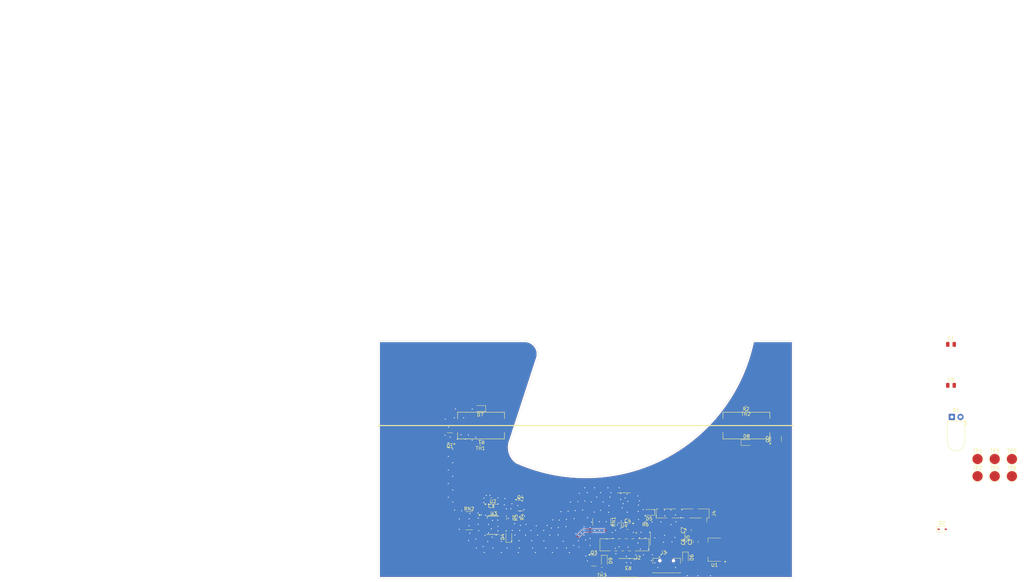
<source format=kicad_pcb>
(kicad_pcb (version 20240108) (generator "pcbnew") (generator_version "8.0")
  (layers (0 "F.Cu" signal) (31 "B.Cu" signal) (34 "B.Paste" user) (35 "F.Paste" user) (36 "B.SilkS" user "B.Silkscreen") (37 "F.SilkS" user "F.Silkscreen") (38 "B.Mask" user) (39 "F.Mask" user) (44 "Edge.Cuts" user))
  (net 0 "")
  (net 1 "+5V")
  (net 2 "GND")
  (net 3 "+12V")
  (net 4 "Net-(D1-K)")
  (net 5 "/Tx")
  (net 6 "/Rx")
  (net 7 "/Vled-ref-")
  (net 8 "/Heater1")
  (net 9 "/Heater2")
  (net 10 "/Heater3")
  (net 11 "/UPDI")
  (net 12 "/Vled-ref+")
  (net 13 "/Therm3")
  (net 14 "/Therm1")
  (net 15 "/Therm2")
  (net 16 "/Photo_output")
  (net 17 "/W1")
  (net 20 "/Comp Out")
  (net 21 "/SDA")
  (net 22 "/SCL")
  (net 23 "Net-(U5-V3)")
  (net 24 "/Vusb")
  (net 25 "/D-")
  (net 26 "/D+")
  (net 29 "Net-(Q4-G)")
  (net 30 "Net-(RN2-R3.1)")
  (net 31 "Net-(RN2-R1.1)")
  (net 32 "Net-(RN2-R2.2)")
  (net 41 "Net-(D7-A)")
  (net 42 "Net-(D8-A)")
  (net 43 "Net-(D9-A)")
  (net 47 "/LED Isense")
  (footprint "Diode_SMD:D_SOD-323" (layer "F.Cu") (at 265.6931 155.5075)
    (property "Reference" "D2")
    (property "Value" "D_Schottky")
  )
  (footprint "Capacitor_SMD:C_0805_2012Metric" (layer "F.Cu") (at 268.29 101.13)
    (property "Reference" "C1")
    (property "Value" "1µF")
  )
  (footprint "Resistor_SMD:R_0805_2012Metric" (layer "F.Cu") (at 178.5075 152.48 180)
    (property "Reference" "R6")
    (property "Value" "470")
  )
  (footprint "Resistor_SMD:R_1206_3216Metric" (layer "F.Cu") (at 138.59 152.104353 -90)
    (property "Reference" "R5")
    (property "Value" "100")
  )
  (footprint "Package_SO:SOP-16_3.9x9.9mm_P1.27mm" (layer "F.Cu") (at 185.015 158.2 -90)
    (property "Reference" "U5")
    (property "Value" "CH340C")
  )
  (footprint "TestPoint:TestPoint_Pad_D3.0mm" (layer "F.Cu") (at 286.19 134.84)
    (property "Reference" "TP5")
    (property "Value" "TestPoint")
  )
  (footprint "LED_THT:LED_D5.0mm_Horizontal_O1.27mm_Z9.0mm" (layer "F.Cu") (at 268.54 122.47)
    (property "Reference" "D1")
    (property "Value" "LED")
  )
  (footprint "Resistor_SMD:R_0805_2012Metric" (layer "F.Cu") (at 130.01 130.03 180)
    (property "Reference" "TH1")
    (property "Value" "Thermistor")
  )
  (footprint "Resistor_SMD:R_0805_2012Metric" (layer "F.Cu") (at 165.6775 167.42 180)
    (property "Reference" "TH3")
    (property "Value" "Thermistor")
  )
  (footprint "Connector_PinSocket_2.54mm:PinSocket_1x06_P2.54mm_Vertical_SMD_Pin1Right" (layer "F.Cu") (at 189.43 150.85 -90)
    (property "Reference" "J4")
    (property "Value" "UPDI socket")
  )
  (footprint "Diode_SMD:D_SOD-323" (layer "F.Cu") (at 179.5975 150.54 180)
    (property "Reference" "D5")
    (property "Value" "D")
  )
  (footprint "Resistor_SMD:R_0805_2012Metric" (layer "F.Cu") (at 140.66 151.914353 -90)
    (property "Reference" "R4")
    (property "Value" "200k")
  )
  (footprint "Capacitor_SMD:C_0805_2012Metric" (layer "F.Cu") (at 193.3 159.2 90)
    (property "Reference" "C2")
    (property "Value" "4.7µF")
  )
  (footprint "Custom:RES_SMF5_TYCO_TYC" (layer "F.Cu") (at 130.193 125 180)
    (property "Reference" "R1")
    (property "Value" "47")
  )
  (footprint "Package_SO:MSOP-8_3x3mm_P0.65mm" (layer "F.Cu") (at 133.7 149.769353)
    (property "Reference" "U2")
    (property "Value" "Opamp_Dual")
  )
  (footprint "Custom:AMPHENOL_SFW8S-2STE1LF" (layer "F.Cu") (at 172.34 160.065 180)
    (property "Reference" "J2")
    (property "Value" "FFC Socket")
  )
  (footprint "TestPoint:TestPoint_Pad_D3.0mm" (layer "F.Cu") (at 281.14 139.89)
    (property "Reference" "TP4")
    (property "Value" "TestPoint")
  )
  (footprint "Diode_SMD:D_SOD-323" (layer "F.Cu") (at 208.21 130.01)
    (property "Reference" "D8")
    (property "Value" "D_Schottky")
  )
  (footprint "Custom:AD5242BRUZ1M" (layer "F.Cu") (at 133.6111 154.344353)
    (property "Reference" "U3")
    (property "Value" "AD5242BRUZ1M")
  )
  (footprint "Capacitor_SMD:C_0805_2012Metric" (layer "F.Cu") (at 191.24 159.2 90)
    (property "Reference" "C6")
    (property "Value" "100nF")
  )
  (footprint "Resistor_SMD:R_Array_Convex_4x1206" (layer "F.Cu") (at 165.65 153.31 -90)
    (property "Reference" "RN1")
    (property "Value" "4.7k")
  )
  (footprint "Package_SO:SOIC-14_3.9x8.7mm_P1.27mm" (layer "F.Cu") (at 172.2 149.2 180)
    (property "Reference" "U4")
    (property "Value" "ATTiny1614")
  )
  (footprint "Diode_SMD:D_SOD-323" (layer "F.Cu") (at 129.9675 119.97 180)
    (property "Reference" "D7")
    (property "Value" "D_Schottky")
  )
  (footprint "TestPoint:TestPoint_Pad_D3.0mm" (layer "F.Cu") (at 286.19 139.89)
    (property "Reference" "TP6")
    (property "Value" "TestPoint")
  )
  (footprint "Capacitor_SMD:C_0805_2012Metric" (layer "F.Cu") (at 133.2 147.03 180)
    (property "Reference" "C3")
    (property "Value" "100nF")
  )
  (footprint "Custom:RES_3550_TEC" (layer "F.Cu") (at 173.48 166.84 180)
    (property "Reference" "R3")
    (property "Value" "47")
  )
  (footprint "Package_TO_SOT_SMD:SOT-23-3" (layer "F.Cu") (at 216.9 129.01 90)
    (property "Reference" "Q2")
    (property "Value" "Q_NMOS_GSD")
  )
  (footprint "Package_TO_SOT_SMD:SOT-23-3" (layer "F.Cu") (at 163.3625 164.77)
    (property "Reference" "Q3")
    (property "Value" "Q_NMOS_GSD")
  )
  (footprint "Diode_SMD:D_SOD-323" (layer "F.Cu") (at 190.25 163.8 -90)
    (property "Reference" "D6")
    (property "Value" "D_Schottky")
  )
  (footprint "Resistor_SMD:R_Array_Convex_4x1206" (layer "F.Cu") (at 126.69 152.984353)
    (property "Reference" "RN2")
    (property "Value" "4.7k")
  )
  (footprint "Resistor_SMD:R_0805_2012Metric" (layer "F.Cu") (at 208.03 119.97 180)
    (property "Reference" "TH2")
    (property "Value" "Thermistor")
  )
  (footprint "TestPoint:TestPoint_Pad_D3.0mm" (layer "F.Cu") (at 281.14 134.84)
    (property "Reference" "TP3")
    (property "Value" "TestPoint")
  )
  (footprint "Custom:RES_SMF5_TYCO_TYC" (layer "F.Cu") (at 208.167 125)
    (property "Reference" "R2")
    (property "Value" "47")
  )
  (footprint "TestPoint:TestPoint_Pad_D3.0mm" (layer "F.Cu") (at 276.09 134.84)
    (property "Reference" "TP1")
    (property "Value" "TestPoint")
  )
  (footprint "Package_TO_SOT_SMD:SOT-23-3" (layer "F.Cu") (at 121.05 128.68 180)
    (property "Reference" "Q1")
    (property "Value" "Q_NMOS_GSD")
  )
  (footprint "Package_TO_SOT_SMD:SOT-223-3_TabPin2" (layer "F.Cu") (at 198.8 161.5 180)
    (property "Reference" "U1")
    (property "Value" "5V LDO")
  )
  (footprint "TestPoint:TestPoint_Pad_D3.0mm" (layer "F.Cu") (at 276.09 139.89)
    (property "Reference" "TP2")
    (property "Value" "TestPoint")
  )
  (footprint "Capacitor_SMD:C_0805_2012Metric" (layer "F.Cu") (at 173.2 154.8)
    (property "Reference" "C4")
    (property "Value" "100nF")
  )
  (footprint "Diode_SMD:D_SOD-323" (layer "F.Cu") (at 138.38 157.751853 90)
    (property "Reference" "D4")
    (property "Value" "D_Schottky")
  )
  (footprint "Capacitor_SMD:C_0805_2012Metric" (layer "F.Cu") (at 191.24 155.8 90)
    (property "Reference" "C7")
    (property "Value" "100nF")
  )
  (footprint "Capacitor_SMD:C_0805_2012Metric" (layer "F.Cu") (at 268.29 113.17)
    (property "Reference" "C5")
    (property "Value" "100nF")
  )
  (footprint "Custom:CUI_UJ2-MIBH-G-SMT-TR" (layer "F.Cu") (at 184.74 166.885)
    (property "Reference" "J3")
    (property "Value" "USB_B_Micro")
  )
  (footprint "Package_TO_SOT_SMD:SOT-23-3" (layer "F.Cu") (at 141.81 148.534353)
    (property "Reference" "Q4")
    (property "Value" "Q_NMOS_GSD")
  )
  (footprint "Diode_SMD:D_SOD-323" (layer "F.Cu") (at 166.42 164.76 -90)
    (property "Reference" "D9")
    (property "Value" "D_Schottky")
  )
  (gr_line (start 222 125) (end 100 125) (stroke (width 0.3)) (layer "F.SilkS"))
  (gr_arc (start 143 100) (mid 146.330738 101.785009) (end 146.688778 105.546907) (stroke (width 0.05)) (layer "Edge.Cuts"))
  (gr_line (start 222 170) (end 222 100) (stroke (width 0.05)) (layer "Edge.Cuts"))
  (gr_line (start 210 100) (end 222 100) (stroke (width 0.05)) (layer "Edge.Cuts"))
  (gr_arc (start 210 100) (mid 183.903909 134.456844) (end 140.698295 135.703838) (stroke (width 0.05)) (layer "Edge.Cuts"))
  (gr_line (start 100 170) (end 222 170) (stroke (width 0.05)) (layer "Edge.Cuts"))
  (gr_line (start 143 100) (end 100 100) (stroke (width 0.05)) (layer "Edge.Cuts"))
  (gr_line (start 100 170) (end 100 100) (stroke (width 0.05)) (layer "Edge.Cuts"))
  (gr_arc (start 140.698295 135.703838) (mid 138.728596 132.824961) (end 138.945731 129.343511) (stroke (width 0.05)) (layer "Edge.Cuts"))
  (gr_line (start 138.945731 129.343511) (end 146.688778 105.546907) (stroke (width 0.05)) (layer "Edge.Cuts"))
  (segment (start 189.059999 159.3) (end 189.46 159.700001) (width 0.4) (layer "F.Cu") (net 1))
  (segment (start 134.15 147.03) (end 134.15 148.004231) (width 0.4) (layer "F.Cu") (net 1))
  (segment (start 170.34 159.365) (end 169.14 159.365) (width 0.4) (layer "F.Cu") (net 1))
  (segment (start 128.19 156.522002) (end 131.677998 160.01) (width 0.8) (layer "F.Cu") (net 1))
  (segment (start 167.65 155.86) (end 166.37 155.86) (width 0.8) (layer "F.Cu") (net 1))
  (segment (start 190.25 161.49) (end 189.46 160.7) (width 0.4) (layer "F.Cu") (net 1))
  (segment (start 185.05 154.588026) (end 185.015 154.553026) (width 0.2) (layer "F.Cu") (net 1))
  (segment (start 170.776472 156.315) (end 170.54 156.551472) (width 0.4) (layer "F.Cu") (net 1))
  (segment (start 165.01 155.86) (end 163.6 155.86) (width 0.8) (layer "F.Cu") (net 1))
  (segment (start 134.31 149.424475) (end 134.31 153.214303) (width 0.4) (layer "F.Cu") (net 1))
  (segment (start 185.05 156.811974) (end 185.05 154.588026) (width 0.2) (layer "F.Cu") (net 1))
  (segment (start 185.015 156.846974) (end 185.05 156.811974) (width 0.2) (layer "F.Cu") (net 1))
  (segment (start 184.661974 154.261974) (end 184.7 154.3) (width 0.4) (layer "F.Cu") (net 1))
  (segment (start 189.46 159.700001) (end 189.46 160.7) (width 0.4) (layer "F.Cu") (net 1))
  (segment (start 160.4 155.85) (end 159.66 156.59) (width 0.8) (layer "F.Cu") (net 1))
  (segment (start 167.65 154.81) (end 164.99 154.81) (width 0.8) (layer "F.Cu") (net 1))
  (segment (start 128.505002 154.669351) (end 128.19 154.984353) (width 0.2) (layer "F.Cu") (net 1))
  (segment (start 134.940122 148.794353) (end 134.31 149.424475) (width 0.4) (layer "F.Cu") (net 1))
  (segment (start 134.15 148.004231) (end 134.940122 148.794353) (width 0.4) (layer "F.Cu") (net 1))
  (segment (start 135.8125 148.794353) (end 134.940122 148.794353) (width 0.4) (layer "F.Cu") (net 1))
  (segment (start 128.19 154.984353) (end 131.92 154.984353) (width 0.8) (layer "F.Cu") (net 1))
  (segment (start 184.7 154.3) (end 184.761974 154.3) (width 0.4) (layer "F.Cu") (net 1))
  (segment (start 160.41 155.85) (end 160.4 155.85) (width 0.8) (layer "F.Cu") (net 1))
  (segment (start 132.73995 154.784353) (end 132.12 154.784353) (width 0.4) (layer "F.Cu") (net 1))
  (segment (start 167.65 157.875) (end 167.65 155.86) (width 0.4) (layer "F.Cu") (net 1))
  (segment (start 158.875 157.375) (end 156.24 160.01) (width 0.8) (layer "F.Cu") (net 1))
  (segment (start 132.12 154.784353) (end 131.32 154.784353) (width 0.4) (layer "F.Cu") (net 1))
  (segment (start 170.54 159.165) (end 170.34 159.365) (width 0.4) (layer "F.Cu") (net 1))
  (segment (start 174.14 156.315) (end 170.776472 156.315) (width 0.4) (layer "F.Cu") (net 1))
  (segment (start 185.015 156.846974) (end 187.468026 159.3) (width 0.4) (layer "F.Cu") (net 1))
  (segment (start 174.15 156.305) (end 174.14 156.315) (width 0.4) (layer "F.Cu") (net 1))
  (segment (start 166.37 155.86) (end 165.01 155.86) (width 0.8) (layer "F.Cu") (net 1))
  (segment (start 174.15 153.535) (end 174.675 153.01) (width 0.4) (layer "F.Cu") (net 1))
  (segment (start 190.01 160.15) (end 189.46 160.7) (width 0.4) (layer "F.Cu") (net 1))
  (segment (start 169.14 159.365) (end 167.65 157.875) (width 0.4) (layer "F.Cu") (net 1))
  (segment (start 134.405001 152.069354) (end 134.4 152.064353) (width 0.2) (layer "F.Cu") (net 1))
  (segment (start 170.54 156.551472) (end 170.54 159.165) (width 0.4) (layer "F.Cu") (net 1))
  (segment (start 128.19 154.984353) (end 128.19 156.522002) (width 0.8) (layer "F.Cu") (net 1))
  (segment (start 132.12 154.784353) (end 131.92 154.984353) (width 0.4) (layer "F.Cu") (net 1))
  (segment (start 174.675 153.01) (end 175.865 154.2) (width 0.4) (layer "F.Cu") (net 1))
  (segment (start 190.25 162.75) (end 190.25 161.49) (width 0.4) (layer "F.Cu") (net 1))
  (segment (start 174.15 154.8) (end 174.15 153.535) (width 0.4) (layer "F.Cu") (net 1))
  (segment (start 159.66 156.59) (end 158.875 157.375) (width 0.8) (layer "F.Cu") (net 1))
  (segment (start 191.24 160.15) (end 190.01 160.15) (width 0.4) (layer "F.Cu") (net 1))
  (segment (start 136.4305 152.069354) (end 134.5 152.069354) (width 0.4) (layer "F.Cu") (net 1))
  (segment (start 184.761974 154.3) (end 185.015 154.553026) (width 0.4) (layer "F.Cu") (net 1))
  (segment (start 128.524999 155.319352) (end 128.19 154.984353) (width 0.2) (layer "F.Cu") (net 1))
  (segment (start 187.468026 159.3) (end 189.059999 159.3) (width 0.4) (layer "F.Cu") (net 1))
  (segment (start 174.15 154.8) (end 174.15 156.305) (width 0.4) (layer "F.Cu") (net 1))
  (segment (start 184.661974 154.2) (end 184.661974 154.261974) (width 0.4) (layer "F.Cu") (net 1))
  (segment (start 134.31 153.214303) (end 132.73995 154.784353) (width 0.4) (layer "F.Cu") (net 1))
  (segment (start 175.865 154.2) (end 184.661974 154.2) (width 0.4) (layer "F.Cu") (net 1))
  (segment (start 167.65 154.81) (end 167.65 155.86) (width 0.4) (layer "F.Cu") (net 1))
  (segment (start 131.677998 160.01) (end 156.24 160.01) (width 0.8) (layer "F.Cu") (net 1))
  (segment (start 131.32 154.784353) (end 131.29 154.814353) (width 0.4) (layer "F.Cu") (net 1))
  (via (at 158.875 157.375) (size 0.6) (drill 0.3) (layers "F.Cu" "B.Cu") (net 1))
  (via (at 163.6 155.86) (size 0.6) (drill 0.3) (layers "F.Cu" "B.Cu") (net 1))
  (via (at 165.01 155.86) (size 0.6) (drill 0.3) (layers "F.Cu" "B.Cu") (net 1))
  (via (at 166.37 155.86) (size 0.6) (drill 0.3) (layers "F.Cu" "B.Cu") (net 1))
  (via (at 159.66 156.59) (size 0.6) (drill 0.3) (layers "F.Cu" "B.Cu") (net 1))
  (via (at 160.41 155.85) (size 0.6) (drill 0.3) (layers "F.Cu" "B.Cu") (net 1))
  (segment (start 160.4 155.85) (end 158.875 157.375) (width 0.8) (layer "B.Cu") (net 1))
  (segment (start 160.41 155.85) (end 160.4 155.85) (width 0.8) (layer "B.Cu") (net 1))
  (segment (start 166.37 155.86) (end 160.54 155.86) (width 0.8) (layer "B.Cu") (net 1))
  (segment (start 131.263784 161.01) (end 133.67 161.01) (width 0.8) (layer "F.Cu") (net 2))
  (segment (start 153.682753 150.322753) (end 151.272753 152.732753) (width 0.8) (layer "F.Cu") (net 2))
  (segment (start 139.707703 157.222297) (end 140.132297 157.222297) (width 0.15) (layer "F.Cu") (net 2))
  (segment (start 180.5 166.2) (end 180.79 166.49) (width 0.8) (layer "F.Cu") (net 2))
  (segment (start 157.412107 160.252107) (end 158.807107 158.857107) (width 0.8) (layer "F.Cu") (net 2))
  (segment (start 133.375 146.35) (end 133.375 146.33061) (width 0.15) (layer "F.Cu") (net 2))
  (segment (start 128.43 150.744353) (end 128.19 150.984353) (width 0.2) (layer "F.Cu") (net 2))
  (segment (start 172.52 146.31) (end 172.672157 146.462157) (width 0.2) (layer "F.Cu") (net 2))
  (segment (start 180.79 166.49) (end 180.79 166.7875) (width 0.8) (layer "F.Cu") (net 2))
  (segment (start 162.56 147.465) (end 166.11 147.465) (width 0.8) (layer "F.Cu") (net 2))
  (segment (start 141.56 150.054353) (end 141.65 150.144353) (width 0.15) (layer "F.Cu") (net 2))
  (segment (start 158.627703 147.357703) (end 155.797703 150.187703) (width 0.8) (layer "F.Cu") (net 2))
  (segment (start 166.65 144.715) (end 161.42 144.715) (width 0.8) (layer "F.Cu") (net 2))
  (segment (start 153.182703 152.802703) (end 150.857703 155.127703) (width 0.8) (layer "F.Cu") (net 2))
  (segment (start 155.825787 161.010001) (end 156.654213 161.010001) (width 0.8) (layer "F.Cu") (net 2))
  (segment (start 171.311421 143.3) (end 170.78 143.3) (width 0.8) (layer "F.Cu") (net 2))
  (segment (start 141.562729 150.004588) (end 141.558766 149.985461) (width 0.15) (layer "F.Cu") (net 2))
  (segment (start 163.56 143.3) (end 162.36 143.3) (width 0.8) (layer "F.Cu") (net 2))
  (segment (start 151.272753 152.732753) (end 149.602753 154.402753) (width 0.8) (layer "F.Cu") (net 2))
  (segment (start 136.4305 156.619352) (end 137.489999 156.619352) (width 0.15) (layer "F.Cu") (net 2))
  (segment (start 141.65 150.144353) (end 141.609282 150.099461) (width 0.15) (layer "F.Cu") (net 2))
  (segment (start 140.009548 153.869548) (end 140.009548 153.869549) (width 0.2) (layer "F.Cu") (net 2))
  (segment (start 171.53142 143.519999) (end 171.311421 143.3) (width 0.8) (layer "F.Cu") (net 2))
  (segment (start 184.164804 162.09) (end 185.4 162.09) (width 0.15) (layer "F.Cu") (net 2))
  (segment (start 158.807107 158.857107) (end 160.437107 157.227107) (width 0.8) (layer "F.Cu") (net 2))
  (segment (start 171.568475 143.52) (end 171.568474 143.519999) (width 0.8) (layer "F.Cu") (net 2))
  (segment (start 141.558298 149.218799) (end 141.52735 149.144147) (width 0.15) (layer "F.Cu") (net 2))
  (segment (start 140.133519 153.745578) (end 140.009549 153.869548) (width 0.2) (layer "F.Cu") (net 2))
  (segment (start 139.629498 146.334353) (end 139.271925 146.691926) (width 0.8) (layer "F.Cu") (net 2))
  (segment (start 178.41 151.44) (end 177.97 151) (width 0.15) (layer "F.Cu") (net 2))
  (segment (start 141.43 161.01) (end 145.34 161.01) (width 0.8) (layer "F.Cu") (net 2))
  (segment (start 169.81 162.68) (end 169.81 162.945) (width 0.4) (layer "F.Cu") (net 2))
  (segment (start 126.7 154.454353) (end 126.7 156.446216) (width 0.8) (layer "F.Cu") (net 2))
  (segment (start 140.731225 153.745578) (end 140.133519 153.745578) (width 0.2) (layer "F.Cu") (net 2))
  (segment (start 141.570502 150.029376) (end 141.562729 150.004588) (width 0.15) (layer "F.Cu") (net 2))
  (segment (start 160.705506 143.3) (end 159.087753 144.917753) (width 0.8) (layer "F.Cu") (net 2))
  (segment (start 183.77 159.3) (end 183.77 161.695196) (width 0.15) (layer "F.Cu") (net 2))
  (segment (start 171.568474 143.519999) (end 171.53142 143.519999) (width 0.8) (layer "F.Cu") (net 2))
  (segment (start 150.677753 157.222297) (end 150.42 157.222297) (width 0.8) (layer "F.Cu") (net 2))
  (segment (start 170.78 143.3) (end 167.48 143.3) (width 0.8) (layer "F.Cu") (net 2))
  (segment (start 168.35 163.22) (end 167.84 162.71) (width 0.4) (layer "F.Cu") (net 2))
  (segment (start 167.45 144.715) (end 166.65 144.715) (width 0.8) (layer "F.Cu") (net 2))
  (segment (start 160.978842 163.338842) (end 160.9625 163.355184) (width 0.8) (layer "F.Cu") (net 2))
  (segment (start 137.755 156.951853) (end 137.755 156.960736) (width 0.15) (layer "F.Cu") (net 2))
  (segment (start 133.375 146.82) (end 133.375 146.35) (width 0.15) (layer "F.Cu") (net 2))
  (segment (start 137.489999 156.619352) (end 137.489999 156.686852) (width 0.15) (layer "F.Cu") (net 2))
  (segment (start 169.97 144.62) (end 170.83 144.62) (width 0.2) (layer "F.Cu") (net 2))
  (segment (start 160.437107 157.227107) (end 160.44 157.224214) (width 0.8) (layer "F.Cu") (net 2))
  (segment (start 170.83 144.62) (end 171.175 144.965) (width 0.2) (layer "F.Cu") (net 2))
  (segment (start 155.290025 152.610025) (end 152.895025 155.005025) (width 0.8) (layer "F.Cu") (net 2))
  (segment (start 133.61 149.244353) (end 133.375 149.009353) (width 0.15) (layer "F.Cu") (net 2))
  (segment (start 168.065 146.065) (end 164.19 146.065) (width 0.8) (layer "F.Cu") (net 2))
  (segment (start 172.049262 144.000783) (end 172.049262 144.00078) (width 0.8) (layer "F.Cu") (net 2))
  (segment (start 169.775 153.35) (end 168.62 153.35) (width 0.2) (layer "F.Cu") (net 2))
  (segment (start 150.857703 155.127703) (end 150.113109 155.872297) (width 0.8) (layer "F.Cu") (net 2))
  (segment (start 162.667703 153.387703) (end 162.24 153.815406) (width 0.8) (layer "F.Cu") (net 2))
  (segment (start 141.558766 149.985461) (end 141.56 149.927074) (width 0.15) (layer "F.Cu") (net 2))
  (segment (start 169.81 162.945) (end 169.535 163.22) (width 0.4) (layer "F.Cu") (net 2))
  (segment (start 140.98 148.514353) (end 140.98 148.594867) (width 0.15) (layer "F.Cu") (net 2))
  (segment (start 162.24 162.82) (end 161.497684 162.82) (width 0.8) (layer "F.Cu") (net 2))
  (segment (start 139.415 154.429353) (end 139.08 154.764353) (width 0.2) (layer "F.Cu") (net 2))
  (segment (start 142.29 147.189353) (end 142.29 146.944207) (width 0.8) (layer "F.Cu") (net 2))
  (segment (start 136.7425 157.926853) (end 139.023147 157.926853) (width 0.15) (layer "F.Cu") (net 2))
  (segment (start 126.911892 156.658108) (end 128.641892 158.388108) (width 0.8) (layer "F.Cu") (net 2))
  (segment (start 126.7 156.446216) (end 126.911892 156.658108) (width 0.8) (layer "F.Cu") (net 2))
  (segment (start 141.584736 150.060818) (end 141.570502 150.029376) (width 0.15) (layer "F.Cu") (net 2))
  (segment (start 142.09 146.834353) (end 141.915 146.659353) (width 0.15) (layer "F.Cu") (net 2))
  (segment (start 131.5875 150.744353) (end 129.27 150.744353) (width 0.2) (layer "F.Cu") (net 2))
  (segment (start 141.505752 149.120619) (end 141.036932 148.651799) (width 0.15) (layer "F.Cu") (net 2))
  (segment (start 164.97 153.26) (end 162.795406 153.26) (width 0.8) (layer "F.Cu") (net 2))
  (segment (start 162.24 160.24) (end 162.24 162.82) (width 0.8) (layer "F.Cu") (net 2))
  (segment (start 137.755 156.960736) (end 138.121117 157.326853) (width 0.15) (layer "F.Cu") (net 2))
  (segment (start 161.497684 162.82) (end 160.978842 163.338842) (width 0.8) (layer "F.Cu") (net 2))
  (segment (start 161.4325 164.8275) (end 162.225 165.62) (width 0.8) (layer "F.Cu") (net 2))
  (segment (start 159.087753 144.917753) (end 156.477753 147.527753) (width 0.8) (layer "F.Cu") (net 2))
  (segment (start 152.895025 155.005025) (end 150.677753 157.222297) (width 0.8) (layer "F.Cu") (net 2))
  (segment (start 143.383827 154.046174) (end 143.383827 154.046173) (width 0.8) (layer "F.Cu") (net 2))
  (segment (start 146.83 157.222297) (end 143.26 157.222297) (width 0.8) (layer "F.Cu") (net 2))
  (segment (start 139.03 154.814353) (end 139.03 156.524353) (width 0.2) (layer "F.Cu") (net 2))
  (segment (start 160.9625 163.355184) (end 160.9625 164.3575) (width 0.8) (layer "F.Cu") (net 2))
  (segment (start 139.03 156.524353) (end 139.005 156.549353) (width 0.15) (layer "F.Cu") (net 2))
  (segment (start 162.24 153.815406) (end 162.24 154.33) (width 0.8) (layer "F.Cu") (net 2))
  (segment (start 139.08 154.764353) (end 139.03 154.814353) (width 0.2) (layer "F.Cu") (net 2))
  (segment (start 171.639212 143.590736) (end 171.568478 143.52) (width 0.8) (layer "F.Cu") (net 2))
  (segment (start 139.023147 157.906853) (end 139.707703 157.222297) (width 0.15) (layer "F.Cu") (net 2))
  (segment (start 162.24 158.21) (end 162.24 160.24) (width 0.8) (layer "F.Cu") (net 2))
  (segment (start 164.19 146.065) (end 161.83505 146.065) (width 0.8) (layer "F.Cu") (net 2))
  (segment (start 155.3 161.01) (end 155.825787 161.010001) (width 0.8) (layer "F.Cu") (net 2))
  (segment (start 136.68 157.864353) (end 136.7425 157.926853) (width 0.15) (layer "F.Cu") (net 2))
  (segment (start 140.731225 153.745578) (end 141.238519 153.745578) (width 0.2) (layer "F.Cu") (net 2))
  (segment (start 133.70561 146) (end 137.130431 146) (width 0.15) (layer "F.Cu") (net 2))
  (segment (start 162.41495 147.465) (end 162.56 147.465) (width 0.8) (layer "F.Cu") (net 2))
  (segment (start 171.175 144.965) (end 172.52 146.31) (width 0.2) (layer "F.Cu") (net 2))
  (segment (start 162.24 154.33) (end 162.24 154.96) (width 0.8) (layer "F.Cu") (net 2))
  (segment (start 141.680146 146.334353) (end 139.629498 146.334353) (width 0.8) (layer "F.Cu") (net 2))
  (segment (start 137.489999 156.686852) (end 137.755 156.951853) (width 0.15) (layer "F.Cu") (net 2))
  (segment (start 166.96 153.26) (end 164.97 153.26) (width 0.8) (layer "F.Cu") (net 2))
  (segment (start 177.97 150.266374) (end 178.426374 149.81) (width 0.15) (layer "F.Cu") (net 2))
  (segment (start 150.42 157.222297) (end 146.83 157.222297) (width 0.8) (layer "F.Cu") (net 2))
  (segment (start 177.97 151) (end 177.97 150.266374) (width 0.15) (layer "F.Cu") (net 2))
  (segment (start 143.26 157.222297) (end 140.132297 157.222297) (width 0.8) (layer "F.Cu") (net 2))
  (segment (start 172.728479 144.68) (end 172.049262 144.000783) (width 0.8) (layer "F.Cu") (net 2))
  (segment (start 149.533209 154.472297) (end 146.43 154.472297) (width 0.8) (layer "F.Cu") (net 2))
  (segment (start 149.18 161.01) (end 152.54 161.01) (width 0.8) (layer "F.Cu") (net 2))
  (segment (start 139.449744 154.429353) (end 139.415 154.429353) (width 0.2) (layer "F.Cu") (net 2))
  (segment (start 133.375 149.009353) (end 133.375 146.82) (width 0.15) (layer "F.Cu") (net 2))
  (segment (start 130.831892 160.578108) (end 131.263784 161.01) (width 0.8) (layer "F.Cu") (net 2))
  (segment (start 171.28 153.01) (end 172.25 153.98) (width 0.4) (layer "F.Cu") (net 2))
  (segment (start 178.426374 149.81) (end 181.18 149.81) (width 0.15) (layer "F.Cu") (net 2))
  (segment (start 138.994644 156.971092) (end 138.860691 157.105044) (width 0.15) (layer "F.Cu") (net 2))
  (segment (start 162.24 155.41) (end 162.24 158.21) (width 0.8) (layer "F.Cu") (net 2))
  (segment (start 133.375 146.33061) (end 133.70561 146) (width 0.15) (layer "F.Cu") (net 2))
  (segment (start 169.775 153.35) (end 169.685 153.26) (width 0.2) (layer "F.Cu") (net 2))
  (segment (start 149.602753 154.402753) (end 149.533209 154.472297) (width 0.8) (layer "F.Cu") (net 2))
  (segment (start 138.860691 157.105044) (end 138.638883 157.326853) (width 0.15) (layer "F.Cu") (net 2))
  (segment (start 142.29 146.944207) (end 141.680146 146.334353) (width 0.8) (layer "F.Cu") (net 2))
  (segment (start 128.641892 158.388108) (end 130.831892 160.578108) (width 0.8) (layer "F.Cu") (net 2))
  (segment (start 141.609282 150.099461) (end 141.584736 150.060818) (width 0.15) (layer "F.Cu") (net 2))
  (segment (start 140.009548 153.869549) (end 139.449744 154.429353) (width 0.2) (layer "F.Cu") (net 2))
  (segment (start 172.049262 144.00078) (end 171.84321 143.794731) (width 0.8) (layer "F.Cu") (net 2))
  (segment (start 157.880025 150.020025) (end 155.290025 152.610025) (width 0.8) (layer "F.Cu") (net 2))
  (segment (start 137.130431 146) (end 137.935216 146.804785) (width 0.15) (layer "F.Cu") (net 2))
  (segment (start 156.477753 147.527753) (end 153.682753 150.322753) (width 0.8) (layer "F.Cu") (net 2))
  (segment (start 161.83505 146.065) (end 160.715025 147.185025) (width 0.8) (layer "F.Cu") (net 2))
  (segment (start 145.34 161.01) (end 149.18 161.01) (width 0.8) (layer "F.Cu") (net 2))
  (segment (start 171.568478 143.52) (end 171.568475 143.52) (width 0.8) (layer "F.Cu") (net 2))
  (segment (start 169.725 153.01) (end 171.28 153.01) (width 0.4) (layer "F.Cu") (net 2))
  (segment (start 129.5 156.842052) (end 129.972301 157.314353) (width 0.2) (layer "F.Cu") (net 2))
  (segment (start 133.67 161.01) (end 137.86 161.01) (width 0.8) (layer "F.Cu") (net 2))
  (segment (start 161.42 144.715) (end 161.270406 144.715) (width 0.8) (layer "F.Cu") (net 2))
  (segment (start 162.795406 153.26) (end 162.667703 153.387703) (width 0.8) (layer "F.Cu") (net 2))
  (segment (start 156.654213 161.010001) (end 157.412107 160.252107) (width 0.8) (layer "F.Cu") (net 2))
  (segment (start 143.80995 154.472297) (end 143.383827 154.046174) (width 0.8) (layer "F.Cu") (net 2))
  (segment (start 142.95 153.612347) (end 142.95 151.62) (width 0.8) (layer "F.Cu") (net 2))
  (segment (start 141.56 149.259205) (end 141.558298 149.218799) (width 0.15) (layer "F.Cu") (net 2))
  (segment (start 162.36 143.3) (end 160.705506 143.3) (width 0.8) (layer "F.Cu") (net 2))
  (segment (start 167.48 143.3) (end 163.56 143.3) (width 0.8) (layer "F.Cu") (net 2))
  (segment (start 161.270406 144.715) (end 158.627703 147.357703) (width 0.8) (layer "F.Cu") (net 2))
  (segment (start 143.383826 154.046173) (end 142.95 153.612347) (width 0.8) (layer "F.Cu") (net 2))
  (segment (start 146.43 154.472297) (end 143.80995 154.472297) (width 0.8) (layer "F.Cu") (net 2))
  (segment (start 141.55 155.872297) (end 139.38 155.872297) (width 0.8) (layer "F.Cu") (net 2))
  (segment (start 150.113109 155.872297) (end 148.61 155.872297) (width 0.8) (layer "F.Cu") (net 2))
  (segment (start 143.383827 154.046173) (end 143.383826 154.046173) (width 0.8) (layer "F.Cu") (net 2))
  (segment (start 148.61 155.872297) (end 144.83 155.872297) (width 0.8) (layer "F.Cu") (net 2))
  (segment (start 167.84 162.71) (end 167.84 161.95) (width 0.4) (layer "F.Cu") (net 2))
  (segment (start 171.84321 143.794731) (end 171.639215 143.590736) (width 0.8) (layer "F.Cu") (net 2))
  (segment (start 139.023147 157.926853) (end 139.023147 157.906853) (width 0.15) (layer "F.Cu") (net 2))
  (segment (start 138.638883 157.326853) (end 138.121117 157.326853) (width 0.15) (layer "F.Cu") (net 2))
  (segment (start 167.44 144.705) (end 167.45 144.715) (width 0.8) (layer "F.Cu") (net 2))
  (segment (start 160.715025 147.185025) (end 157.880025 150.020025) (width 0.8) (layer "F.Cu") (net 2))
  (segment (start 129.972301 157.314353) (end 131.34 157.314353) (width 0.2) (layer "F.Cu") (net 2))
  (segment (start 171.639215 143.590736) (end 171.639212 143.590736) (width 0.8) (layer "F.Cu") (net 2))
  (segment (start 183.77 161.695196) (end 184.164804 162.09) (width 0.15) (layer "F.Cu") (net 2))
  (segment (start 155.797703 150.187703) (end 153.182703 152.802703) (width 0.8) (layer "F.Cu") (net 2))
  (segment (start 129.5 155.904353) (end 129.5 156.842052) (width 0.2) (layer "F.Cu") (net 2))
  (segment (start 142.95 151.62) (end 142.95 150.02) (width 0.8) (layer "F.Cu") (net 2))
  (segment (start 152.54 161.01) (end 155.3 161.01) (width 0.8) (layer "F.Cu") (net 2))
  (segment (start 139.005 156.549353) (end 139.005 156.960736) (width 0.15) (layer "F.Cu") (net 2))
  (segment (start 172.25 153.98) (end 172.25 154.8) (width 0.4) (layer "F.Cu") (net 2))
  (segment (start 137.86 161.01) (end 141.43 161.01) (width 0.8) (layer "F.Cu") (net 2))
  (segment (start 144.83 155.872297) (end 141.55 155.872297) (width 0.8) (layer "F.Cu") (net 2))
  (segment (start 140.009549 153.869548) (end 140.009548 153.869548) (width 0.2) (layer "F.Cu") (net 2))
  (segment (start 172.52 146.31) (end 172.27 146.06) (width 0.2) (layer "F.Cu") (net 2))
  (segment (start 162.24 154.33) (end 162.24 155.41) (width 0.8) (layer "F.Cu") (net 2))
  (segment (start 169.535 163.22) (end 168.35 163.22) (width 0.4) (layer "F.Cu") (net 2))
  (segment (start 129.27 150.744353) (end 128.43 150.744353) (width 0.2) (layer "F.Cu") (net 2))
  (segment (start 160.9625 164.3575) (end 161.4325 164.8275) (width 0.8) (layer "F.Cu") (net 2))
  (segment (start 166.11 147.465) (end 167.75 147.465) (width 0.8) (layer "F.Cu") (net 2))
  (segment (start 141.56 149.927074) (end 141.56 149.259205) (width 0.15) (layer "F.Cu") (net 2))
  (segment (start 167.45 144.715) (end 168.36 144.715) (width 0.8) (layer "F.Cu") (net 2))
  (via (at 174.23 165.38) (size 0.6) (drill 0.3) (layers "F.Cu" "B.Cu") (net 2))
  (via (at 170.28 154.18) (size 0.6) (drill 0.3) (layers "F.Cu" "B.Cu") (net 2))
  (via (at 144.83 155.872297) (size 0.6) (drill 0.3) (layers "F.Cu" "B.Cu") (net 2))
  (via (at 141.35 158.85) (size 0.6) (drill 0.3) (layers "F.Cu" "B.Cu") (net 2))
  (via (at 160.715025 147.185025) (size 0.6) (drill 0.3) (layers "F.Cu" "B.Cu") (net 2))
  (via (at 172.59 153.48) (size 0.6) (drill 0.3) (layers "F.Cu" "B.Cu") (net 2))
  (via (at 171.22 146.71) (size 0.6) (drill 0.3) (layers "F.Cu" "B.Cu") (net 2))
  (via (at 168.36 144.715) (size 0.6) (drill 0.3) (layers "F.Cu" "B.Cu") (net 2))
  (via (at 120.58 142.08) (size 0.6) (drill 0.3) (layers "F.Cu" "B.Cu") (net 2))
  (via (at 155.15 154.7) (size 0.6) (drill 0.3) (layers "F.Cu" "B.Cu") (net 2))
  (via (at 121.87 135.94) (size 0.6) (drill 0.3) (layers "F.Cu" "B.Cu") (net 2))
  (via (at 141.55 155.872297) (size 0.6) (drill 0.3) (layers "F.Cu" "B.Cu") (net 2))
  (via (at 178.41 151.44) (size 0.6) (drill 0.3) (layers "F.Cu" "B.Cu") (net 2))
  (via (at 166.11 147.465) (size 0.6) (drill 0.3) (layers "F.Cu" "B.Cu") (net 2))
  (via (at 141.12 146.34) (size 0.6) (drill 0.3) (layers "F.Cu" "B.Cu") (net 2))
  (via (at 126.56 158.78) (size 0.6) (drill 0.3) (layers "F.Cu" "B.Cu") (net 2))
  (via (at 164.19 146.065) (size 0.6) (drill 0.3) (layers "F.Cu" "B.Cu") (net 2))
  (via (at 197.61 169.17) (size 0.6) (drill 0.3) (layers "F.Cu" "B.Cu") (net 2))
  (via (at 168.78 156.47) (size 0.6) (drill 0.3) (layers "F.Cu" "B.Cu") (net 2))
  (via (at 145.07 158.86) (size 0.6) (drill 0.3) (layers "F.Cu" "B.Cu") (net 2))
  (via (at 131.76 145.54) (size 0.6) (drill 0.3) (layers "F.Cu" "B.Cu") (net 2))
  (via (at 167.12 158.35) (size 0.6) (drill 0.3) (layers "F.Cu" "B.Cu") (net 2))
  (via (at 129.34 154.024353) (size 0.6) (drill 0.3) (layers "F.Cu" "B.Cu") (net 2))
  (via (at 167.48 143.3) (size 0.6) (drill 0.3) (layers "F.Cu" "B.Cu") (net 2))
  (via (at 184.11 149.82) (size 0.6) (drill 0.3) (layers "F.Cu" "B.Cu") (net 2))
  (via (at 134.66 157.24) (size 0.6) (drill 0.3) (layers "F.Cu" "B.Cu") (net 2))
  (via (at 142.29 147.21) (size 0.6) (drill 0.3) (layers "F.Cu" "B.Cu") (net 2))
  (via (at 129.5 155.904353) (size 0.6) (drill 0.3) (layers "F.Cu" "B.Cu") (net 2))
  (via (at 146.16 162.34) (size 0.6) (drill 0.3) (layers "F.Cu" "B.Cu") (net 2))
  (via (at 125.09 122.74) (size 0.6) (drill 0.3) (layers "F.Cu" "B.Cu") (net 2))
  (via (at 155.797703 150.187703) (size 0.6) (drill 0.3) (layers "F.Cu" "B.Cu") (net 2))
  (via (at 159.087753 144.917753) (size 0.6) (drill 0.3) (layers "F.Cu" "B.Cu") (net 2))
  (via (at 162.24 160.24) (size 0.6) (drill 0.3) (layers "F.Cu" "B.Cu") (net 2))
  (via (at 143.383827 154.046173) (size 0.6) (drill 0.3) (layers "F.Cu" "B.Cu") (net 2))
  (via (at 121.11 128.42) (size 0.6) (drill 0.3) (layers "F.Cu" "B.Cu") (net 2))
  (via (at 124.33 127.69) (size 0.6) (drill 0.3) (layers "F.Cu" "B.Cu") (net 2))
  (via (at 128.82 161.03) (size 0.6) (drill 0.3) (layers "F.Cu" "B.Cu") (net 2))
  (via (at 126.95 150.904353) (size 0.6) (drill 0.3) (layers "F.Cu" "B.Cu") (net 2))
  (via (at 183.08 163.02) (size 0.6) (drill 0.3) (layers "F.Cu" "B.Cu") (net 2))
  (via (at 137.86 161.01) (size 0.6) (drill 0.3) (layers "F.Cu" "B.Cu") (net 2))
  (via (at 148.65 158.91) (size 0.6) (drill 0.3) (layers "F.Cu" "B.Cu") (net 2))
  (via (at 131.34 157.314353) (size 0.6) (drill 0.3) (layers "F.Cu" "B.Cu") (net 2))
  (via (at 181.67 151.58) (size 0.6) (drill 0.3) (layers "F.Cu" "B.Cu") (net 2))
  (via (at 120.58 134.08) (size 0.6) (drill 0.3) (layers "F.Cu" "B.Cu") (net 2))
  (via (at 142.95 151.62) (size 0.6) (drill 0.3) (layers "F.Cu" "B.Cu") (net 2))
  (via (at 157.880025 150.020025) (size 0.6) (drill 0.3) (layers "F.Cu" "B.Cu") (net 2))
  (via (at 164.97 153.26) (size 0.6) (drill 0.3) (layers "F.Cu" "B.Cu") (net 2))
  (via (at 173.15 150.49) (size 0.6) (drill 0.3) (layers "F.Cu" "B.Cu") (net 2))
  (via (at 171.175 144.965) (size 0.6) (drill 0.3) (layers "F.Cu" "B.Cu") (net 2))
  (via (at 121.87 131.94) (size 0.6) (drill 0.3) (layers "F.Cu" "B.Cu") (net 2))
  (via (at 163.47 150.45) (size 0.6) (drill 0.3) (layers "F.Cu" "B.Cu") (net 2))
  (via (at 151.272753 152.732753) (size 0.6) (drill 0.3) (layers "F.Cu" "B.Cu") (net 2))
  (via (at 161.4325 164.8275) (size 0.6) (drill 0.3) (layers "F.Cu" "B.Cu") (net 2))
  (via (at 170.78 143.3) (size 0.6) (drill 0.3) (layers "F.Cu" "B.Cu") (net 2))
  (via (at 148.61 155.872297) (size 0.6) (drill 0.3) (layers "F.Cu" "B.Cu") (net 2))
  (via (at 152.54 161.01) (size 0.6) (drill 0.3) (layers "F.Cu" "B.Cu") (net 2))
  (via (at 141.65 150.144353) (size 0.6) (drill 0.3) (layers "F.Cu" "B.Cu") (net 2))
  (via (at 127.59 129.3) (size 0.6) (drill 0.3) (layers "F.Cu" "B.Cu") (net 2))
  (via (at 140.009548 153.869548) (size 0.6) (drill 0.3) (layers "F.Cu" "B.Cu") (net 2))
  (via (at 178.47 158.03) (size 0.6) (drill 0.3) (layers "F.Cu" "B.Cu") (net 2))
  (via (at 184.18 151.55) (size 0.6) (drill 0.3) (layers "F.Cu" "B.Cu") (net 2))
  (via (at 156.477753 147.527753) (size 0.6) (drill 0.3) (layers "F.Cu" "B.Cu") (net 2))
  (via (at 161.52 152.11) (size 0.6) (drill 0.3) (layers "F.Cu" "B.Cu") (net 2))
  (via (at 149.602753 154.402753) (size 0.6) (drill 0.3) (layers "F.Cu" "B.Cu") (net 2))
  (via (at 125.57 129) (size 0.6) (drill 0.3) (layers "F.Cu" "B.Cu") (net 2))
  (via (at 123.81 152.46) (size 0.6) (drill 0.3) (layers "F.Cu" "B.Cu") (net 2))
  (via (at 126.7 154.454353) (size 0.6) (drill 0.3) (layers "F.Cu" "B.Cu") (net 2))
  (via (at 183.77 159.3) (size 0.6) (drill 0.3) (layers "F.Cu" "B.Cu") (net 2))
  (via (at 190.84 169.16) (size 0.6) (drill 0.3) (layers "F.Cu" "B.Cu") (net 2))
  (via (at 176.29 159.53) (size 0.6) (drill 0.3) (layers "F.Cu" "B.Cu") (net 2))
  (via (at 168.065 146.065) (size 0.6) (drill 0.3) (layers "F.Cu" "B.Cu") (net 2))
  (via (at 141.43 161.01) (size 0.6) (drill 0.3) (layers "F.Cu" "B.Cu") (net 2))
  (via (at 160.437107 157.227107) (size 0.6) (drill 0.3) (layers "F.Cu" "B.Cu") (net 2))
  (via (at 135.16 146.28) (size 0.6) (drill 0.3) (layers "F.Cu" "B.Cu") (net 2))
  (via (at 137.61 149.484353) (size 0.6) (drill 0.3) (layers "F.Cu" "B.Cu") (net 2))
  (via (at 171.41 153.11) (size 0.6) (drill 0.3) (layers "F.Cu" "B.Cu") (net 2))
  (via (at 124.49 150.06) (size 0.6) (drill 0.3) (layers "F.Cu" "B.Cu") (net 2))
  (via (at 122.42 149.89) (size 0.6) (drill 0.3) (layers "F.Cu" "B.Cu") (net 2))
  (via (at 168.72 154.28) (size 0.6) (drill 0.3) (layers "F.Cu" "B.Cu") (net 2))
  (via (at 146.43 154.472297) (size 0.6) (drill 0.3) (layers "F.Cu" "B.Cu") (net 2))
  (via (at 129.37 152.25) (size 0.6) (drill 0.3) (layers "F.Cu" "B.Cu") (net 2))
  (via (at 135.15 154.644353) (size 0.6) (drill 0.3) (layers "F.Cu" "B.Cu") (net 2))
  (via (at 141.16 162.34) (size 0.6) (drill 0.3) (layers "F.Cu" "B.Cu") (net 2))
  (via (at 119.68 123.15) (size 0.6) (drill 0.3) (layers "F.Cu" "B.Cu") (net 2))
  (via (at 121.87 143.94) (size 0.6) (drill 0.3) (layers "F.Cu" "B.Cu") (net 2))
  (via (at 176.43 148.4) (size 0.6) (drill 0.3) (layers "F.Cu" "B.Cu") (net 2))
  (via (at 127.62 120.12) (size 0.6) (drill 0.3) (layers "F.Cu" "B.Cu") (net 2))
  (via (at 180.44 153.38) (size 0.6) (drill 0.3) (layers "F.Cu" "B.Cu") (net 2))
  (via (at 132.45 154.084353) (size 0.6) (drill 0.3) (layers "F.Cu" "B.Cu") (net 2))
  (via (at 132.41 156.594353) (size 0.6) (drill 0.3) (layers "F.Cu" "B.Cu") (net 2))
  (via (at 169.81 162.68) (size 0.6) (drill 0.3) (layers "F.Cu" "B.Cu") (net 2))
  (via (at 128.67 128.42) (size 0.6) (drill 0.3) (layers "F.Cu" "B.Cu") (net 2))
  (via (at 158.95 160.67) (size 0.6) (drill 0.3) (layers "F.Cu" "B.Cu") (net 2))
  (via (at 123.25 128.99) (size 0.6) (drill 0.3) (layers "F.Cu" "B.Cu") (net 2))
  (via (at 160.978842 163.338842) (size 0.6) (drill 0.3) (layers "F.Cu" "B.Cu") (net 2))
  (via (at 169.65 161.1) (size 0.6) (drill 0.3) (layers "F.Cu" "B.Cu") (net 2))
  (via (at 171.94 147.97) (size 0.6) (drill 0.3) (layers "F.Cu" "B.Cu") (net 2))
  (via (at 176.46 152.63) (size 0.6) (drill 0.3) (layers "F.Cu" "B.Cu") (net 2))
  (via (at 181.24 158.03) (size 0.6) (drill 0.3) (layers "F.Cu" "B.Cu") (net 2))
  (via (at 119.62 127.81) (size 0.6) (drill 0.3) (layers "F.Cu" "B.Cu") (net 2))
  (via (at 154.36 159.04) (size 0.6) (drill 0.3) (layers "F.Cu" "B.Cu") (net 2))
  (via (at 122.35 122.73) (size 0.6) (drill 0.3) (layers "F.Cu" "B.Cu") (net 2))
  (via (at 173.09 145.16) (size 0.6) (drill 0.3) (layers "F.Cu" "B.Cu") (net 2))
  (via (at 131.16 162.34) (size 0.6) (drill 0.3) (layers "F.Cu" "B.Cu") (net 2))
  (via (at 126.69 152.454353) (size 0.6) (drill 0.3) (layers "F.Cu" "B.Cu") (net 2))
  (via (at 186.32 159.23) (size 0.6) (drill 0.3) (layers "F.Cu" "B.Cu") (net 2))
  (via (at 165.33 144.73) (size 0.6) (drill 0.3) (layers "F.Cu" "B.Cu") (net 2))
  (via (at 139.28 147.99) (size 0.6) (drill 0.3) (layers "F.Cu" "B.Cu") (net 2))
  (via (at 175.65 163.02) (size 0.6) (drill 0.3) (layers "F.Cu" "B.Cu") (net 2))
  (via (at 138.24 152.324353) (size 0.6) (drill 0.3) (layers "F.Cu" "B.Cu") (net 2))
  (via (at 165.28 149.94) (size 0.6) (drill 0.3) (layers "F.Cu" "B.Cu") (net 2))
  (via (at 157.54 152.37) (size 0.6) (drill 0.3) (layers "F.Cu" "B.Cu") (net 2))
  (via (at 149.18 161.01) (size 0.6) (drill 0.3) (layers "F.Cu" "B.Cu") (net 2))
  (via (at 166.97 169.11) (size 0.6) (drill 0.3) (layers "F.Cu" "B.Cu") (net 2))
  (via (at 177.22 156.38) (size 0.6) (drill 0.3) (layers "F.Cu" "B.Cu") (net 2))
  (via (at 139.38 155.872297) (size 0.6) (drill 0.3) (layers "F.Cu" "B.Cu") (net 2))
  (via (at 155.3 161.01) (size 0.6) (drill 0.3) (layers "F.Cu" "B.Cu") (net 2))
  (via (at 181.18 149.81) (size 0.6) (drill 0.3) (layers "F.Cu" "B.Cu") (net 2))
  (via (at 126.46 127.72) (size 0.6) (drill 0.3) (layers "F.Cu" "B.Cu") (net 2))
  (via (at 135.17 155.964353) (size 0.6) (drill 0.3) (layers "F.Cu" "B.Cu") (net 2))
  (via (at 142.87 149.684353) (size 0.6) (drill 0.3) (layers "F.Cu" "B.Cu") (net 2))
  (via (at 155.290025 152.610025) (size 0.6) (drill 0.3) (layers "F.Cu" "B.Cu") (net 2))
  (via (at 158.03 156.81) (size 0.6) (drill 0.3) (layers "F.Cu" "B.Cu") (net 2))
  (via (at 177.82 149.74) (size 0.6) (drill 0.3) (layers "F.Cu" "B.Cu") (net 2))
  (via (at 132.15 159.07) (size 0.6) (drill 0.3) (layers "F.Cu" "B.Cu") (net 2))
  (via (at 162.667703 153.387703) (size 0.6) (drill 0.3) (layers "F.Cu" "B.Cu") (net 2))
  (via (at 189.26 149.8) (size 0.6) (drill 0.3) (layers "F.Cu" "B.Cu") (net 2))
  (via (at 131.08 146.37) (size 0.6) (drill 0.3) (layers "F.Cu" "B.Cu") (net 2))
  (via (at 186.01 154.1) (size 0.6) (drill 0.3) (layers "F.Cu" "B.Cu") (net 2))
  (via (at 135.1 152.824353) (size 0.6) (drill 0.3) (layers "F.Cu" "B.Cu") (net 2))
  (via (at 143.26 157.222297) (size 0.6) (drill 0.3) (layers "F.Cu" "B.Cu") (net 2))
  (via (at 130.831892 160.578108) (size 0.6) (drill 0.3) (layers "F.Cu" "B.Cu") (net 2))
  (via (at 133.24 155.324353) (size 0.6) (drill 0.3) (layers "F.Cu" "B.Cu") (net 2))
  (via (at 177.02 161.36) (size 0.6) (drill 0.3) (layers "F.Cu" "B.Cu") (net 2))
  (via (at 120.58 130.08) (size 0.6) (drill 0.3) (layers "F.Cu" "B.Cu") (net 2))
  (via (at 146.83 157.222297) (size 0.6) (drill 0.3) (layers "F.Cu" "B.Cu") (net 2))
  (via (at 162.24 158.21) (size 0.6) (drill 0.3) (layers "F.Cu" "B.Cu") (net 2))
  (via (at 171.18 155.19) (size 0.6) (drill 0.3) (layers "F.Cu" "B.Cu") (net 2))
  (via (at 172.98 165.28) (size 0.6) (drill 0.3) (layers "F.Cu" "B.Cu") (net 2))
  (via (at 173.39 160.79) (size 0.6) (drill 0.3) (layers "F.Cu" "B.Cu") (net 2))
  (via (at 120.66 125.44) (size 0.6) (drill 0.3) (layers "F.Cu" "B.Cu") (net 2))
  (via (at 136.16 162.34) (size 0.6) (drill 0.3) (layers "F.Cu" "B.Cu") (net 2))
  (via (at 163.56 143.3) (size 0.6) (drill 0.3) (layers "F.Cu" "B.Cu") (net 2))
  (via (at 193.89 169.18) (size 0.6) (drill 0.3) (layers "F.Cu" "B.Cu") (net 2))
  (via (at 151.16 162.34) (size 0.6) (drill 0.3) (layers "F.Cu" "B.Cu") (net 2))
  (via (at 133.61 150.834353) (size 0.6) (drill 0.3) (layers "F.Cu" "B.Cu") (net 2))
  (via (at 184.77 162.39) (size 0.6) (drill 0.3) (layers "F.Cu" "B.Cu") (net 2))
  (via (at 173.85 164.13) (size 0.6) (drill 0.3) (layers "F.Cu" "B.Cu") (net 2))
  (via (at 187.46 153.3) (size 0.6) (drill 0.3) (layers "F.Cu" "B.Cu") (net 2))
  (via (at 187.3 151.27) (size 0.6) (drill 0.3) (layers "F.Cu" "B.Cu") (net 2))
  (via (at 166.96 153.26) (size 0.6) (drill 0.3) (layers "F.Cu" "B.Cu") (net 2))
  (via (at 161.42 144.715) (size 0.6) (drill 0.3) (layers "F.Cu" "B.Cu") (net 2))
  (via (at 157.412107 160.252107) (size 0.6) (drill 0.3) (layers "F.Cu" "B.Cu") (net 2))
  (via (at 145.34 161.01) (size 0.6) (drill 0.3) (layers "F.Cu" "B.Cu") (net 2))
  (via (at 172.93 163.43) (size 0.6) (drill 0.3) (layers "F.Cu" "B.Cu") (net 2))
  (via (at 175.27 164.45) (size 0.6) (drill 0.3) (layers "F.Cu" "B.Cu") (net 2))
  (via (at 150.857703 155.127703) (size 0.6) (drill 0.3) (layers "F.Cu" "B.Cu") (net 2))
  (via (at 158.627703 147.357703) (size 0.6) (drill 0.3) (layers "F.Cu" "B.Cu") (net 2))
  (via (at 179.73 156.38) (size 0.6) (drill 0.3) (layers "F.Cu" "B.Cu") (net 2))
  (via (at 136.17 159.094353) (size 0.6) (drill 0.3) (layers "F.Cu" "B.Cu") (net 2))
  (via (at 153.182703 152.802703) (size 0.6) (drill 0.3) (layers "F.Cu" "B.Cu") (net 2))
  (via (at 130.28 151.274353) (size 0.6) (drill 0.3) (layers "F.Cu" "B.Cu") (net 2))
  (via (at 176.8 147.14) (size 0.6) (drill 0.3) (layers "F.Cu" "B.Cu") (net 2))
  (via (at 120.58 146.08) (size 0.6) (drill 0.3) (layers "F.Cu" "B.Cu") (net 2))
  (via (at 179.42 161.37) (size 0.6) (drill 0.3) (layers "F.Cu" "B.Cu") (net 2))
  (via (at 162.24 162.82) (size 0.6) (drill 0.3) (layers "F.Cu" "B.Cu") (net 2))
  (via (at 141.75 154.34) (size 0.6) (drill 0.3) (layers "F.Cu" "B.Cu") (net 2))
  (via (at 139.19 158.97) (size 0.6) (drill 0.3) (layers "F.Cu" "B.Cu") (net 2))
  (via (at 176.26 145.7) (size 0.6) (drill 0.3) (layers "F.Cu" "B.Cu") (net 2))
  (via (at 132.05 152.124353) (size 0.6) (drill 0.3) (layers "F.Cu" "B.Cu") (net 2))
  (via (at 140.98 148.514353) (size 0.6) (drill 0.3) (layers "F.Cu" "B.Cu") (net 2))
  (via (at 185.96 149.83) (size 0.6) (drill 0.3) (layers "F.Cu" "B.Cu") (net 2))
  (via (at 183.04 153.33) (size 0.6) (drill 0.3) (layers "F.Cu" "B.Cu") (net 2))
  (via (at 189.81 158.8) (size 0.6) (drill 0.3) (layers "F.Cu" "B.Cu") (net 2))
  (via (at 136.68 157.864353) (size 0.6) (drill 0.3) (layers "F.Cu" "B.Cu") (net 2))
  (via (at 177.94 163.01) (size 0.6) (drill 0.3) (layers "F.Cu" "B.Cu") (net 2))
  (via (at 133.72 148.72) (size 0.6) (drill 0.3) (layers "F.Cu" "B.Cu") (net 2))
  (via (at 126.911892 156.658108) (size 0.6) (drill 0.3) (layers "F.Cu" "B.Cu") (net 2))
  (via (at 132.83 145.52) (size 0.6) (drill 0.3) (layers "F.Cu" "B.Cu") (net 2))
  (via (at 132.43 148.09) (size 0.6) (drill 0.3) (layers "F.Cu" "B.Cu") (net 2))
  (via (at 133.57 152.894353) (size 0.6) (drill 0.3) (layers "F.Cu" "B.Cu") (net 2))
  (via (at 173.32 147.29) (size 0.6) (drill 0.3) (layers "F.Cu" "B.Cu") (net 2))
  (via (at 176.37 150.26) (size 0.6) (drill 0.3) (layers "F.Cu" "B.Cu") (net 2))
  (via (at 171.65 149.21) (size 0.6) (drill 0.3) (layers "F.Cu" "B.Cu") (net 2))
  (via (at 170.75 160.65) (size 0.6) (drill 0.3) (layers "F.Cu" "B.Cu") (net 2))
  (via (at 152.85 157.15) (size 0.6) (drill 0.3) (layers "F.Cu" "B.Cu") (net 2))
  (via (at 121.88 147.48) (size 0.6) (drill 0.3) (layers "F.Cu" "B.Cu") (net 2))
  (via (at 138.98 149.484353) (size 0.6) (drill 0.3) (layers "F.Cu" "B.Cu") (net 2))
  (via (at 121.87 139.94) (size 0.6) (drill 0.3) (layers "F.Cu" "B.Cu") (net 2))
  (via (at 162.56 147.465) (size 0.6) (drill 0.3) (layers "F.Cu" "B.Cu") (net 2))
  (via (at 135.26 148.01) (size 0.6) (drill 0.3) (layers "F.Cu" "B.Cu") (net 2))
  (via (at 160.92 158.64) (size 0.6) (drill 0.3) (layers "F.Cu" "B.Cu") (net 2))
  (via (at 178.48 153.45) (size 0.6) (drill 0.3) (layers "F.Cu" "B.Cu") (net 2))
  (via (at 184.09 157.3) (size 0.6) (drill 0.3) (layers "F.Cu" "B.Cu") (net 2))
  (via (at 156.16 162.34) (size 0.6) (drill 0.3) (layers "F.Cu" "B.Cu") (net 2))
  (via (at 188.91 152.06) (size 0.6) (drill 0.3) (layers "F.Cu" "B.Cu") (net 2))
  (via (at 169.02 158.2) (size 0.6) (drill 0.3) (layers "F.Cu" "B.Cu") (net 2))
  (via (at 162.24 154.96) (size 0.6) (drill 0.3) (layers "F.Cu" "B.Cu") (net 2))
  (via (at 153.682753 150.322753) (size 0.6) (drill 0.3) (layers "F.Cu" "B.Cu") (net 2))
  (via (at 172.52 146.31) (size 0.6) (drill 0.3) (layers "F.Cu" "B.Cu") (net 2))
  (via (at 174.96 156.41) (size 0.6) (drill 0.3) (layers "F.Cu" "B.Cu") (net 2))
  (via (at 176.74 158.03) (size 0.6) (drill 0.3) (layers "F.Cu" "B.Cu") (net 2))
  (via (at 167.65 150.5) (size 0.6) (drill 0.3) (layers "F.Cu" "B.Cu") (net 2))
  (via (at 182.16 166.78) (size 0.6) (drill 0.3) (layers "F.Cu" "B.Cu") (net 2))
  (via (at 137.03 148.344353) (size 0.6) (drill 0.3) (layers "F.Cu" "B.Cu") (net 2))
  (via (at 169.68 155.81) (size 0.6) (drill 0.3) (layers "F.Cu" "B.Cu") (net 2))
  (via (at 129.27 150.744353) (size 0.6) (drill 0.3) (layers "F.Cu" "B.Cu") (net 2))
  (via (at 187.32 166.78) (size 0.6) (drill 0.3) (layers "F.Cu" "B.Cu") (net 2))
  (via (at 123.79 155.52) (size 0.6) (drill 0.3) (layers "F.Cu" "B.Cu") (net 2))
  (via (at 167.79 148.56) (size 0.6) (drill 0.3) (layers "F.Cu" "B.Cu") (net 2))
  (via (at 131 147.66) (size 0.6) (drill 0.3) (layers "F.Cu" "B.Cu") (net 2))
  (via (at 180.22 164.68) (size 0.6) (drill 0.3) (layers "F.Cu" "B.Cu") (net 2))
  (via (at 160.48 154.74) (size 0.6) (drill 0.3) (layers "F.Cu" "B.Cu") (net 2))
  (via (at 133.67 161.01) (size 0.6) (drill 0.3) (layers "F.Cu" "B.Cu") (net 2))
  (via (at 180.51 163) (size 0.6) (drill 0.3) (layers "F.Cu" "B.Cu") (net 2))
  (via (at 122.69 120.11) (size 0.6) (drill 0.3) (layers "F.Cu" "B.Cu") (net 2))
  (via (at 160.705506 143.3) (size 0.6) (drill 0.3) (layers "F.Cu" "B.Cu") (net 2))
  (via (at 158.807107 158.857107) (size 0.6) (drill 0.3) (layers "F.Cu" "B.Cu") (net 2))
  (via (at 133.47 157.82) (size 0.6) (drill 0.3) (layers "F.Cu" "B.Cu") (net 2))
  (via (at 120.58 138.08) (size 0.6) (drill 0.3) (layers "F.Cu" "B.Cu") (net 2))
  (via (at 152.895025 155.005025) (size 0.6) (drill 0.3) (layers "F.Cu" "B.Cu") (net 2))
  (via (at 150.42 157.222297) (size 0.6) (drill 0.3) (layers "F.Cu" "B.Cu") (net 2))
  (via (at 181.3 165.38) (size 0.6) (drill 0.3) (layers "F.Cu" "B.Cu") (net 2))
  (via (at 187.18 157.87) (size 0.6) (drill 0.3) (layers "F.Cu" "B.Cu") (net 2))
  (via (at 131.55 151.38) (size 0.6) (drill 0.3) (layers "F.Cu" "B.Cu") (net 2))
  (via (at 137.21 146.46) (size 0.6) (drill 0.3) (layers "F.Cu" "B.Cu") (net 2))
  (via (at 160.03 149.81) (size 0.6) (drill 0.3) (layers "F.Cu" "B.Cu") (net 2))
  (via (at 128.641892 158.388108) (size 0.6) (drill 0.3) (layers "F.Cu" "B.Cu") (net 2))
  (via (at 140.132297 157.222297) (size 0.6) (drill 0.3) (layers "F.Cu" "B.Cu") (net 2))
  (via (at 141.61 151.9) (size 0.6) (drill 0.3) (layers "F.Cu" "B.Cu") (net 2))
  (arc (start 141.036932 148.651799) (mid 140.994796 148.588739) (end 140.98 148.514353) (width 0.15) (layer "F.Cu") (net 2))
  (segment (start 171.98137 159.88) (end 173.82 159.88) (width 0.8) (layer "F.Cu") (net 3))
  (segment (start 169.9 163.72) (end 170.07 163.72) (width 0.4) (layer "F.Cu") (net 3))
  (segment (start 119.68 148.422793) (end 122.89 151.632793) (width 0.8) (layer "F.Cu") (net 3))
  (segment (start 130.1925 119.145) (end 122.235 119.145) (width 0.8) (layer "F.Cu") (net 3))
  (segment (start 201.95 159.2) (end 200.95 159.2) (width 0.8) (layer "F.Cu") (net 3))
  (segment (start 173.84 159.86) (end 173.84 158.14) (width 0.8) (layer "F.Cu") (net 3))
  (segment (start 170.03 163.72) (end 169.9 163.72) (width 0.4) (layer "F.Cu") (net 3))
  (segment (start 165.6775 168.1925) (end 165.35 168.52) (width 0.4) (layer "F.Cu") (net 3))
  (segment (start 170.07 163.72) (end 170.22 163.72) (width 0.4) (layer "F.Cu") (net 3))
  (segment (start 136.94 125) (end 136.3 125) (width 0.4) (layer "F.Cu") (net 3))
  (segment (start 163.502398 165.5375) (end 163.502398 165.499714) (width 0.8) (layer "F.Cu") (net 3))
  (segment (start 163.185 167.555) (end 163.6525 168.0225) (width 0.8) (layer "F.Cu") (net 3))
  (segment (start 163.73 168.52) (end 162.6 167.39) (width 0.4) (layer "F.Cu") (net 3))
  (segment (start 133.707208 167.200001) (end 163.185 167.200001) (width 0.8) (layer "F.Cu") (net 3))
  (segment (start 171.83 167.160001) (end 171.83 161.38) (width 0.8) (layer "F.Cu") (net 3))
  (segment (start 167.0253 163.6111) (end 167.609729 163.6111) (width 0.8) (layer "F.Cu") (net 3))
  (segment (start 163.4375 164.105184) (end 163.4875 164.055184) (width 0.4) (layer "F.Cu") (net 3))
  (segment (start 163.4875 164.0025) (end 163.4875 164.055184) (width 0.8) (layer "F.Cu") (net 3))
  (segment (start 122.89 151.632793) (end 122.89 156.382794) (width 0.8) (layer "F.Cu") (net 3))
  (segment (start 119.255184 129.75) (end 119.68 129.75) (width 0.8) (layer "F.Cu") (net 3))
  (segment (start 163.185 167.200001) (end 163.185 167.555) (width 0.8) (layer "F.Cu") (net 3))
  (segment (start 163.502398 165.499714) (end 163.4875 165.484816) (width 0.8) (layer "F.Cu") (net 3))
  (segment (start 163.854898 165.89) (end 163.502398 165.5375) (width 0.8) (layer "F.Cu") (net 3))
  (segment (start 122.89 156.382794) (end 122.953603 156.446397) (width 0.8) (layer "F.Cu") (net 3))
  (segment (start 163.4375 165.434816) (end 163.4375 164.105184) (width 0.4) (layer "F.Cu") (net 3))
  (segment (start 171.87 167.200001) (end 173.932843 167.200001) (width 0.8) (layer "F.Cu") (net 3))
  (segment (start 163.4875 165.484816) (end 163.4375 165.434816) (width 0.4) (layer "F.Cu") (net 3))
  (segment (start 171.84 160.02137) (end 171.98137 159.88) (width 0.8) (layer "F.Cu") (net 3))
  (segment (start 122.235 119.145) (end 118.65 122.73) (width 0.8) (layer "F.Cu") (net 3))
  (segment (start 165.6775 166.6375) (end 165.6775 168.1925) (width 0.4) (layer "F.Cu") (net 3))
  (segment (start 167.609729 163.6111) (end 167.892572 163.6111) (width 0.4) (layer "F.Cu") (net 3))
  (segment (start 119.68 129.75) (end 119.68 148.422793) (width 0.8) (layer "F.Cu") (net 3))
  (segment (start 118.65 129.144816) (end 119.255184 129.75) (width 0.8) (layer "F.Cu") (net 3))
  (segment (start 136.3 125) (end 131.27 119.97) (width 0.4) (layer "F.Cu") (net 3))
  (segment (start 165.35 168.52) (end 163.73 168.52) (width 0.4) (layer "F.Cu") (net 3))
  (segment (start 164.6 165.89) (end 164.93 165.89) (width 0.4) (layer "F.Cu") (net 3))
  (segment (start 165.8189 163.6111) (end 163.8789 163.6111) (width 0.8) (layer "F.Cu") (net 3))
  (segment (start 122.953603 156.446397) (end 133.707208 167.200001) (width 0.8) (layer "F.Cu") (net 3))
  (segment (start 171.7511 163.6111) (end 171.83 163.69) (width 0.8) (layer "F.Cu") (net 3))
  (segment (start 200.95 159.2) (end 200.3 159.85) (width 0.8) (layer "F.Cu") (net 3))
  (segment (start 168.001472 163.72) (end 169.53 163.72) (width 0.2) (layer "F.Cu") (net 3))
  (segment (start 171.84 158.14) (end 171.84 159.88) (width 0.4) (layer "F.Cu") (net 3))
  (segment (start 171.84 161.37) (end 171.84 160.02137) (width 0.8) (layer "F.Cu") (net 3))
  (segment (start 169.84 163.72) (end 170.03 163.72) (width 0.2) (layer "F.Cu") (net 3))
  (segment (start 173.962844 167.17) (end 177.6077 167.17) (width 0.8) (layer "F.Cu") (net 3))
  (segment (start 200.3 159.85) (end 200.3 164.4) (width 0.8) (layer "F.Cu") (net 3))
  (segment (start 191.23 168.28) (end 189.92 168.28) (width 0.2) (layer "F.Cu") (net 3))
  (segment (start 136.2525 124.303) (end 136.9495 125) (width 0.8) (layer "F.Cu") (net 3))
  (segment (start 164.93 165.89) (end 165.6775 166.6375) (width 0.4) (layer "F.Cu") (net 3))
  (segment (start 173.82 159.88) (end 173.84 159.86) (width 0.8) (layer "F.Cu") (net 3))
  (segment (start 118.65 122.73) (end 118.65 129.144816) (width 0.8) (layer "F.Cu") (net 3))
  (segment (start 169.53 163.72) (end 169.84 163.72) (width 0.2) (layer "F.Cu") (net 3))
  (segment (start 173.932843 167.200001) (end 173.962844 167.17) (width 0.8) (layer "F.Cu") (net 3))
  (segment (start 131.0175 119.97) (end 130.1925 119.145) (width 0.8) (layer "F.Cu") (net 3))
  (segment (start 167.0253 163.6111) (end 165.8189 163.6111) (width 0.8) (layer "F.Cu") (net 3))
  (segment (start 163.8789 163.6111) (end 163.4875 164.0025) (width 0.8) (layer "F.Cu") (net 3))
  (segment (start 131.27 119.97) (end 131.0175 119.97) (width 0.4) (layer "F.Cu") (net 3))
  (segment (start 196.42 168.28) (end 191.23 168.28) (width 0.8) (layer "F.Cu") (net 3))
  (segment (start 171.83 161.38) (end 171.84 161.37) (width 0.8) (layer "F.Cu") (net 3))
  (segment (start 200.3 164.4) (end 196.42 168.28) (width 0.8) (layer "F.Cu") (net 3))
  (segment (start 171.7511 163.6111) (end 170.275271 163.6111) (width 0.8) (layer "F.Cu") (net 3))
  (segment (start 164.6 165.89) (end 163.854898 165.89) (width 0.8) (layer "F.Cu") (net 3))
  (segment (start 167.892572 163.6111) (end 168.001472 163.72) (width 0.2) (layer "F.Cu") (net 3))
  (segment (start 171.87 167.200001) (end 171.83 167.160001) (width 0.8) (layer "F.Cu") (net 3))
  (segment (start 177.6077 167.17) (end 177.9377 166.84) (width 0.8) (layer "F.Cu") (net 3))
  (segment (start 142.9475 148.534353) (end 143.541752 148.534353) (width 0.4) (layer "F.Cu") (net 4))
  (segment (start 143.541752 148.534353) (end 151.086105 140.99) (width 0.4) (layer "F.Cu") (net 4))
  (segment (start 151.086105 140.99) (end 152 140.99) (width 0.4) (layer "F.Cu") (net 4))
  (segment (start 188.17 150.55) (end 180.6575 150.55) (width 0.4) (layer "F.Cu") (net 5))
  (segment (start 188.19 155.7) (end 188.19 150.53) (width 0.4) (layer "F.Cu") (net 5))
  (segment (start 188.19 150.53) (end 188.19 149.23) (width 0.4) (layer "F.Cu") (net 5))
  (segment (start 188.19 149.23) (end 188.16 149.2) (width 0.4) (layer "F.Cu") (net 5))
  (segment (start 188.17 150.55) (end 188.19 150.53) (width 0.4) (layer "F.Cu") (net 5))
  (segment (start 180.6575 150.55) (end 180.6475 150.54) (width 0.4) (layer "F.Cu") (net 5))
  (segment (start 179.42 152.48) (end 179.42 151.4125) (width 0.4) (layer "F.Cu") (net 6))
  (segment (start 179.44 152.5) (end 179.42 152.48) (width 0.4) (layer "F.Cu") (net 6))
  (segment (start 185.62 152.5) (end 179.44 152.5) (width 0.4) (layer "F.Cu") (net 6))
  (segment (start 186.92 153.8) (end 186.92 155.7) (width 0.4) (layer "F.Cu") (net 6))
  (segment (start 185.62 152.5) (end 186.92 153.8) (width 0.4) (layer "F.Cu") (net 6))
  (segment (start 179.42 151.4125) (end 178.5475 150.54) (width 0.4) (layer "F.Cu") (net 6))
  (segment (start 139.33 152.826853) (end 138.59 153.566853) (width 0.8) (layer "F.Cu") (net 7))
  (segment (start 136.4305 153.369354) (end 138.392501 153.369354) (width 0.2) (layer "F.Cu") (net 7))
  (segment (start 138.392501 153.369354) (end 138.59 153.566853) (width 0.2) (layer "F.Cu") (net 7))
  (segment (start 138.45 156.584353) (end 138.42 156.614353) (width 0.2) (layer "F.Cu") (net 7))
  (segment (start 138.38 153.776853) (end 138.59 153.566853) (width 0.4) (layer "F.Cu") (net 7))
  (segment (start 140.66 152.826853) (end 139.33 152.826853) (width 0.8) (layer "F.Cu") (net 7))
  (segment (start 138.59 153.566853) (end 138.45 153.706853) (width 0.2) (layer "F.Cu") (net 7))
  (segment (start 138.38 156.701853) (end 138.38 153.776853) (width 0.8) (layer "F.Cu") (net 7))
  (segment (start 171.638429 142.6) (end 160.41 142.6) (width 0.2) (layer "F.Cu") (net 8))
  (segment (start 142.965 146.605) (end 126.02 129.66) (width 0.15) (layer "F.Cu") (net 8))
  (segment (start 174.675 145.39) (end 173.8 145.39) (width 0.2) (layer "F.Cu") (net 8))
  (segment (start 142.06 148.843839) (end 142.06 148.224867) (width 0.15) (layer "F.Cu") (net 8))
  (segment (start 144.132297 153.772297) (end 143.65 153.29) (width 0.2) (layer "F.Cu") (net 8))
  (segment (start 174.428429 145.39) (end 171.638429 142.6) (width 0.2) (layer "F.Cu") (net 8))
  (segment (start 142.569594 147.864353) (end 142.965 147.468947) (width 0.15) (layer "F.Cu") (net 8))
  (segment (start 142.965 147.468947) (end 142.965 146.605) (width 0.15) (layer "F.Cu") (net 8))
  (segment (start 142.275514 149.059353) (end 142.06 148.843839) (width 0.15) (layer "F.Cu") (net 8))
  (segment (start 160.41 142.6) (end 160.41 142.605556) (width 0.2) (layer "F.Cu") (net 8))
  (segment (start 160.41 142.605556) (end 149.243259 153.772297) (width 0.2) (layer "F.Cu") (net 8))
  (segment (start 149.243259 153.772297) (end 144.132297 153.772297) (width 0.2) (layer "F.Cu") (net 8))
  (segment (start 143.65 149.059353) (end 142.275514 149.059353) (width 0.15) (layer "F.Cu") (net 8))
  (segment (start 142.420514 147.864353) (end 142.569594 147.864353) (width 0.15) (layer "F.Cu") (net 8))
  (segment (start 174.675 145.39) (end 174.428429 145.39) (width 0.2) (layer "F.Cu") (net 8))
  (segment (start 143.65 153.29) (end 143.65 149.059353) (width 0.2) (layer "F.Cu") (net 8))
  (segment (start 142.06 148.224867) (end 142.420514 147.864353) (width 0.15) (layer "F.Cu") (net 8))
  (segment (start 122.46 129.66) (end 122.45 129.65) (width 0.15) (layer "F.Cu") (net 8))
  (segment (start 126.02 129.66) (end 122.46 129.66) (width 0.15) (layer "F.Cu") (net 8))
  (segment (start 170.74 152.39) (end 168.764804 152.39) (width 0.15) (layer "F.Cu") (net 10))
  (segment (start 162.925 163.12) (end 162.225 163.82) (width 0.15) (layer "F.Cu") (net 10))
  (segment (start 167.239594 153.935) (end 163.075 153.935) (width 0.15) (layer "F.Cu") (net 10))
  (segment (start 174.675 151.74) (end 171.39 151.74) (width 0.15) (layer "F.Cu") (net 10))
  (segment (start 163.075 153.935) (end 162.925 154.085) (width 0.15) (layer "F.Cu") (net 10))
  (segment (start 171.39 151.74) (end 170.74 152.39) (width 0.15) (layer "F.Cu") (net 10))
  (segment (start 168.05 153.104804) (end 168.05 153.124594) (width 0.15) (layer "F.Cu") (net 10))
  (segment (start 168.05 153.124594) (end 167.239594 153.935) (width 0.15) (layer "F.Cu") (net 10))
  (segment (start 162.925 154.085) (end 162.925 163.12) (width 0.15) (layer "F.Cu") (net 10))
  (segment (start 168.764804 152.39) (end 168.05 153.104804) (width 0.15) (layer "F.Cu") (net 10))
  (segment (start 177.595 150.504448) (end 177.595 152.48) (width 0.2) (layer "F.Cu") (net 11))
  (segment (start 169.725 147.93) (end 171.03 147.93) (width 0.2) (layer "F.Cu") (net 11))
  (segment (start 171.03 147.93) (end 171.67 148.57) (width 0.2) (layer "F.Cu") (net 11))
  (segment (start 175.660552 148.57) (end 177.595 150.504448) (width 0.2) (layer "F.Cu") (net 11))
  (segment (start 171.67 148.57) (end 175.660552 148.57) (width 0.2) (layer "F.Cu") (net 11))
  (segment (start 137.4671 151.281453) (end 136.93 150.744353) (width 0.2) (layer "F.Cu") (net 12))
  (segment (start 137.4671 151.554353) (end 137.4671 151.281453) (width 0.2) (layer "F.Cu") (net 12))
  (segment (start 137.3671 152.719355) (end 137.4671 152.619355) (width 0.2) (layer "F.Cu") (net 12))
  (segment (start 136.4305 152.719355) (end 137.3671 152.719355) (width 0.2) (layer "F.Cu") (net 12))
  (segment (start 140.1075 151.554353) (end 137.4671 151.554353) (width 0.2) (layer "F.Cu") (net 12))
  (segment (start 140.66 151.001853) (end 140.1075 151.554353) (width 0.2) (layer "F.Cu") (net 12))
  (segment (start 137.4671 152.619355) (end 137.4671 151.554353) (width 0.2) (layer "F.Cu") (net 12))
  (segment (start 136.93 150.744353) (end 135.8125 150.744353) (width 0.2) (layer "F.Cu") (net 12))
  (segment (start 169.725 151.74) (end 167.72 151.74) (width 0.2) (layer "F.Cu") (net 13))
  (segment (start 161.54 153.525456) (end 161.54 161.787735) (width 0.2) (layer "F.Cu") (net 13))
  (segment (start 161.54 153.525456) (end 162.505456 152.56) (width 0.2) (layer "F.Cu") (net 13))
  (segment (start 160.2625 163.065234) (end 160.2625 165.060552) (width 0.2) (layer "F.Cu") (net 13))
  (segment (start 160.2625 165.060552) (end 161.521948 166.32) (width 0.2) (layer "F.Cu") (net 13))
  (segment (start 164.2975 167.145552) (end 164.2975 167.42) (width 0.2) (layer "F.Cu") (net 13))
  (segment (start 161.207734 162.12) (end 160.2625 163.065234) (width 0.2) (layer "F.Cu") (net 13))
  (segment (start 163.294948 166.32) (end 161.521948 166.32) (width 0.2) (layer "F.Cu") (net 13))
  (segment (start 166.9 152.56) (end 167.65 151.81) (width 0.2) (layer "F.Cu") (net 13))
  (segment (start 164.2975 167.322552) (end 163.294948 166.32) (width 0.2) (layer "F.Cu") (net 13))
  (segment (start 162.505456 152.56) (end 166.9 152.56) (width 0.2) (layer "F.Cu") (net 13))
  (segment (start 164.2975 167.42) (end 164.2975 167.322552) (width 0.2) (layer "F.Cu") (net 13))
  (segment (start 167.72 151.74) (end 167.65 151.81) (width 0.4) (layer "F.Cu") (net 13))
  (segment (start 161.54 161.787735) (end 161.207734 162.12) (width 0.2) (layer "F.Cu") (net 13))
  (segment (start 156.944164 161.71) (end 130.415646 161.71) (width 0.2) (layer "F.Cu") (net 14))
  (segment (start 161.14 157.514164) (end 161.14 156.93) (width 0.2) (layer "F.Cu") (net 14))
  (segment (start 161.14 157.3) (end 161.14 157.514164) (width 0.2) (layer "F.Cu") (net 14))
  (segment (start 161.14 153.35977) (end 161.14 157.3) (width 0.2) (layer "F.Cu") (net 14))
  (segment (start 162.9 151.06) (end 162.9 151.6) (width 0.2) (layer "F.Cu") (net 14))
  (segment (start 166.93 149.2) (end 169.725 149.2) (width 0.2) (layer "F.Cu") (net 14))
  (segment (start 164.99 151.14) (end 164.91 151.06) (width 0.2) (layer "F.Cu") (net 14))
  (segment (start 124.44 155.734353) (end 124.44 150.984353) (width 0.2) (layer "F.Cu") (net 14))
  (segment (start 124.44 150.984353) (end 121.225 147.769353) (width 0.2) (layer "F.Cu") (net 14))
  (segment (start 164.99 151.81) (end 164.99 151.14) (width 0.2) (layer "F.Cu") (net 14))
  (segment (start 162.34 152.16) (end 162.9 151.6) (width 0.2) (layer "F.Cu") (net 14))
  (segment (start 164.99 151.14) (end 166.93 149.2) (width 0.2) (layer "F.Cu") (net 14))
  (segment (start 121.225 147.769353) (end 121.225 129.289448) (width 0.2) (layer "F.Cu") (net 14))
  (segment (start 127.61 128.34) (end 128.69 129.42) (width 0.2) (layer "F.Cu") (net 14))
  (segment (start 161.14 157.514164) (end 156.944164 161.71) (width 0.2) (layer "F.Cu") (net 14))
  (segment (start 162.33977 152.16) (end 161.14 153.35977) (width 0.2) (layer "F.Cu") (net 14))
  (segment (start 130.415646 161.71) (end 128.532823 159.827177) (width 0.2) (layer "F.Cu") (net 14))
  (segment (start 128.532823 159.827177) (end 124.44 155.734353) (width 0.2) (layer "F.Cu") (net 14))
  (segment (start 122.174448 128.34) (end 127.61 128.34) (width 0.2) (layer "F.Cu") (net 14))
  (segment (start 162.33977 152.16) (end 162.34 152.16) (width 0.2) (layer "F.Cu") (net 14))
  (segment (start 164.91 151.06) (end 162.9 151.06) (width 0.2) (layer "F.Cu") (net 14))
  (segment (start 121.225 129.289448) (end 122.174448 128.34) (width 0.2) (layer "F.Cu") (net 14))
  (segment (start 166.46 151.66) (end 166.31 151.81) (width 0.2) (layer "F.Cu") (net 15))
  (segment (start 149.823159 155.172297) (end 143.52 155.172297) (width 0.2) (layer "F.Cu") (net 16))
  (segment (start 173.048529 145.99) (end 173.048529 145.978529) (width 0.2) (layer "F.Cu") (net 16))
  (segment (start 174.675 147.93) (end 175.020552 147.93) (width 0.2) (layer "F.Cu") (net 16))
  (segment (start 142.232824 149.987176) (end 142.085876 149.840229) (width 0.15) (layer "F.Cu") (net 16))
  (segment (start 131.6783 154.019352) (end 130.7917 154.019352) (width 0.15) (layer "F.Cu") (net 16))
  (segment (start 142.085876 149.840229) (end 142.085876 149.837766) (width 0.15) (layer "F.Cu") (net 16))
  (segment (start 141.61 148.42879) (end 141.606386 148.502774) (width 0.15) (layer "F.Cu") (net 16))
  (segment (start 133.025 152.672652) (end 131.6783 154.019352) (width 0.15) (layer "F.Cu") (net 16))
  (segment (start 171.775 144.716471) (end 171.349265 144.290735) (width 0.2) (layer "F.Cu") (net 16))
  (segment (start 176.15 146.519448) (end 175.620552 145.99) (width 0.2) (layer "F.Cu") (net 16))
  (segment (start 141.400552 147.009353) (end 139.944448 147.009353) (width 0.15) (layer "F.Cu") (net 16))
  (segment (start 176.15 147.73) (end 176.15 146.519448) (width 0.2) (layer "F.Cu") (net 16))
  (segment (start 171.021471 144) (end 162.03 144) (width 0.2) (layer "F.Cu") (net 16))
  (segment (start 175.620552 145.99) (end 173.048529 145.99) (width 0.2) (layer "F.Cu") (net 16))
  (segment (start 132.484543 148.794353) (end 131.5875 148.794353) (width 0.2) (layer "F.Cu") (net 16))
  (segment (start 160.995456 144) (end 149.823159 155.172297) (width 0.2) (layer "F.Cu") (net 16))
  (segment (start 141.61 147.218801) (end 141.400552 147.009353) (width 0.15) (layer "F.Cu") (net 16))
  (segment (start 141.859428 149.087481) (end 141.806798 149.034851) (width 0.15) (layer "F.Cu") (net 16))
  (segment (start 133.025 148.79) (end 133.025 152.672652) (width 0.15) (layer "F.Cu") (net 16))
  (segment (start 173.048529 145.978529) (end 173.037058 145.978529) (width 0.2) (layer "F.Cu") (net 16))
  (segment (start 141.943111 149.695001) (end 142.085876 149.837766) (width 0.15) (layer "F.Cu") (net 16))
  (segment (start 131.5875 148.794353) (end 133.020647 148.794353) (width 0.15) (layer "F.Cu") (net 16))
  (segment (start 175.020552 147.93) (end 175.220552 147.73) (width 0.2) (layer "F.Cu") (net 16))
  (segment (start 141.86 149.099396) (end 141.86 149.494353) (width 0.15) (layer "F.Cu") (net 16))
  (segment (start 137.275405 145.65) (end 133.560636 145.65) (width 0.15) (layer "F.Cu") (net 16))
  (segment (start 141.61 148.384353) (end 141.61 147.218801) (width 0.15) (layer "F.Cu") (net 16))
  (segment (start 141.61 148.384353) (end 141.61 148.42879) (width 0.15) (layer "F.Cu") (net 16))
  (segment (start 142.25 150.004352) (end 142.232824 149.987176) (width 0.2) (layer "F.Cu") (net 16))
  (segment (start 175.220552 147.73) (end 176.15 147.73) (width 0.2) (layer "F.Cu") (net 16))
  (segment (start 171.349265 144.290735) (end 171.278529 144.22) (width 0.2) (layer "F.Cu") (net 16))
  (segment (start 133.020647 148.794353) (end 133.025 148.79) (width 0.15) (layer "F.Cu") (net 16))
  (segment (start 133.025 146.185636) (end 133.025 148.79) (width 0.15) (layer "F.Cu") (net 16))
  (segment (start 141.806798 149.034851) (end 141.791745 148.99854) (width 0.15) (layer "F.Cu") (net 16))
  (segment (start 139.944448 147.009353) (end 139.586875 147.366926) (width 0.15) (layer "F.Cu") (net 16))
  (segment (start 171.241471 144.22) (end 171.021471 144) (width 0.2) (layer "F.Cu") (net 16))
  (segment (start 139.586875 147.366926) (end 138.992331 147.366926) (width 0.15) (layer "F.Cu") (net 16))
  (segment (start 133.560636 145.65) (end 133.025 146.185636) (width 0.15) (layer "F.Cu") (net 16))
  (segment (start 171.349265 144.290736) (end 171.349265 144.290735) (width 0.2) (layer "F.Cu") (net 16))
  (segment (start 143.52 155.172297) (end 142.25 153.902297) (width 0.2) (layer "F.Cu") (net 16))
  (segment (start 138.992331 147.366926) (end 137.275405 145.65) (width 0.15) (layer "F.Cu") (net 16))
  (segment (start 141.791745 148.99854) (end 141.760938 148.924228) (width 0.15) (layer "F.Cu") (net 16))
  (segment (start 141.61 148.559832) (end 141.61 148.384353) (width 0.15) (layer "F.Cu") (net 16))
  (segment (start 162.03 144) (end 160.995456 144) (width 0.2) (layer "F.Cu") (net 16))
  (segment (start 141.86 149.099396) (end 141.859428 149.087481) (width 0.15) (layer "F.Cu") (net 16))
  (segment (start 142.25 153.902297) (end 142.25 150.004352) (width 0.2) (layer "F.Cu") (net 16))
  (segment (start 171.278529 144.22) (end 171.241471 144.22) (width 0.2) (layer "F.Cu") (net 16))
  (segment (start 173.037058 145.978529) (end 171.349265 144.290736) (width 0.2) (layer "F.Cu") (net 16))
  (arc (start 141.760938 148.924228) (mid 141.649227 148.757042) (end 141.61 148.559832) (width 0.15) (layer "F.Cu") (net 16))
  (arc (start 141.86 149.494353) (mid 141.8816 149.602943) (end 141.943111 149.695001) (width 0.15) (layer "F.Cu") (net 16))
  (segment (start 132.675 150.486251) (end 132.67 150.481251) (width 0.15) (layer "F.Cu") (net 17))
  (segment (start 132.675 151.002455) (end 132.675 150.486251) (width 0.15) (layer "F.Cu") (net 17))
  (segment (start 131.6783 153.369354) (end 132.67 152.377654) (width 0.15) (layer "F.Cu") (net 17))
  (segment (start 132.675 150.476251) (end 132.675 149.699353) (width 0.15) (layer "F.Cu") (net 17))
  (segment (start 132.67 152.377654) (end 132.67 151.007455) (width 0.15) (layer "F.Cu") (net 17))
  (segment (start 132.42 149.444353) (end 131.5875 149.444353) (width 0.15) (layer "F.Cu") (net 17))
  (segment (start 132.675 149.699353) (end 132.42 149.444353) (width 0.15) (layer "F.Cu") (net 17))
  (segment (start 132.67 151.007455) (end 132.675 151.002455) (width 0.15) (layer "F.Cu") (net 17))
  (segment (start 132.67 150.481251) (end 132.675 150.476251) (width 0.15) (layer "F.Cu") (net 17))
  (segment (start 130.7917 153.369354) (end 131.6783 153.369354) (width 0.15) (layer "F.Cu") (net 17))
  (segment (start 169.84 156.544366) (end 169.84 158.14) (width 0.2) (layer "F.Cu") (net 20))
  (segment (start 173.04 146.66) (end 174.675 146.66) (width 0.2) (layer "F.Cu") (net 20))
  (segment (start 172.625 155.84) (end 171.79 155.84) (width 0.15) (layer "F.Cu") (net 20))
  (segment (start 173.2 155.815) (end 173.36 155.655) (width 0.2) (layer "F.Cu") (net 20))
  (segment (start 171.67 155.815) (end 170.569366 155.815) (width 0.2) (layer "F.Cu") (net 20))
  (segment (start 172.37 147.33) (end 173.04 146.66) (width 0.2) (layer "F.Cu") (net 20))
  (segment (start 175.630552 152.4) (end 175.95 152.080552) (width 0.2) (layer "F.Cu") (net 20))
  (segment (start 172.65 155.815) (end 172.625 155.84) (width 0.15) (layer "F.Cu") (net 20))
  (segment (start 170.569366 155.815) (end 169.84 156.544366) (width 0.2) (layer "F.Cu") (net 20))
  (segment (start 173.36 155.655) (end 173.35 155.645) (width 0.2) (layer "F.Cu") (net 20))
  (segment (start 175.77 151.14) (end 171.36 151.14) (width 0.2) (layer "F.Cu") (net 20))
  (segment (start 168.45 148.340552) (end 168.45 147.589448) (width 0.2) (layer "F.Cu") (net 20))
  (segment (start 171 148.859448) (end 170.740552 148.6) (width 0.2) (layer "F.Cu") (net 20))
  (segment (start 172.65 155.815) (end 173.2 155.815) (width 0.2) (layer "F.Cu") (net 20))
  (segment (start 169.93 158.23) (end 169.84 158.14) (width 0.2) (layer "F.Cu") (net 20))
  (segment (start 171 150.78) (end 171 148.859448) (width 0.2) (layer "F.Cu") (net 20))
  (segment (start 175.95 151.32) (end 175.77 151.14) (width 0.2) (layer "F.Cu") (net 20))
  (segment (start 173.35 152.715686) (end 173.665686 152.4) (width 0.2) (layer "F.Cu") (net 20))
  (segment (start 173.35 155.645) (end 173.35 152.715686) (width 0.2) (layer "F.Cu") (net 20))
  (segment (start 171.36 151.14) (end 171 150.78) (width 0.2) (layer "F.Cu") (net 20))
  (segment (start 168.709448 148.6) (end 168.45 148.340552) (width 0.2) (layer "F.Cu") (net 20))
  (segment (start 173.665686 152.4) (end 175.630552 152.4) (width 0.2) (layer "F.Cu") (net 20))
  (segment (start 168.709448 147.33) (end 172.37 147.33) (width 0.2) (layer "F.Cu") (net 20))
  (segment (start 170.740552 148.6) (end 168.709448 148.6) (width 0.2) (layer "F.Cu") (net 20))
  (segment (start 171.79 155.84) (end 171.59 155.84) (width 0.15) (layer "F.Cu") (net 20))
  (segment (start 175.95 152.080552) (end 175.95 151.32) (width 0.2) (layer "F.Cu") (net 20))
  (segment (start 169.93 158.865) (end 169.93 158.23) (width 0.2) (layer "F.Cu") (net 20))
  (segment (start 168.45 147.589448) (end 168.709448 147.33) (width 0.2) (layer "F.Cu") (net 20))
  (segment (start 130.7917 156.619352) (end 131.55 156.619352) (width 0.2) (layer "F.Cu") (net 21))
  (segment (start 150.952297 157.922297) (end 139.721409 157.922297) (width 0.2) (layer "F.Cu") (net 21))
  (segment (start 137.316815 158.251853) (end 137.094315 158.474353) (width 0.2) (layer "F.Cu") (net 21))
  (segment (start 133.734353 157.194353) (end 132.125001 157.194353) (width 0.2) (layer "F.Cu") (net 21))
  (segment (start 139.721409 157.922297) (end 139.391853 158.251853) (width 0.2) (layer "F.Cu") (net 21))
  (segment (start 135.024353 158.464353) (end 135.004353 158.464353) (width 0.2) (layer "F.Cu") (net 21))
  (segment (start 137.094315 158.474353) (end 135.024353 158.474353) (width 0.2) (layer "F.Cu") (net 21))
  (segment (start 135.004353 158.464353) (end 133.734353 157.194353) (width 0.2) (layer "F.Cu") (net 21))
  (segment (start 169.62 146.765) (end 162.125 146.765) (width 0.2) (layer "F.Cu") (net 21))
  (segment (start 162.125 146.765) (end 150.96 157.93) (width 0.2) (layer "F.Cu") (net 21))
  (segment (start 169.725 146.66) (end 169.62 146.765) (width 0.2) (layer "F.Cu") (net 21))
  (segment (start 135.024353 158.474353) (end 135.024353 158.464353) (width 0.2) (layer "F.Cu") (net 21))
  (segment (start 139.391853 158.251853) (end 137.316815 158.251853) (width 0.2) (layer "F.Cu") (net 21))
  (segment (start 150.96 157.93) (end 150.952297 157.922297) (width 0.2) (layer "F.Cu") (net 21))
  (segment (start 131.55 156.619352) (end 132.030324 157.099676) (width 0.2) (layer "F.Cu") (net 21))
  (segment (start 137.03 158.474353) (end 137.094315 158.474353) (width 0.2) (layer "F.Cu") (net 21))
  (segment (start 132.125001 157.194353) (end 132.030324 157.099676) (width 0.2) (layer "F.Cu") (net 21))
  (segment (start 137.996853 157.626853) (end 138.514619 157.626854) (width 0.15) (layer "F.Cu") (net 22))
  (segment (start 135.56055 157.263803) (end 137.598447 157.263803) (width 0.2) (layer "F.Cu") (net 22))
  (segment (start 139.852703 156.547297) (end 139.635 156.765) (width 0.15) (layer "F.Cu") (net 22))
  (segment (start 138.763148 157.626853) (end 139.160692 157.229308) (width 0.15) (layer "F.Cu") (net 22))
  (segment (start 169.725 145.39) (end 162.31 145.39) (width 0.15) (layer "F.Cu") (net 22))
  (segment (start 130.7917 155.969351) (end 131.7283 155.969351) (width 0.2) (layer "F.Cu") (net 22))
  (segment (start 134.266099 155.969351) (end 130.7917 155.969351) (width 0.2) (layer "F.Cu") (net 22))
  (segment (start 162.31 145.39) (end 161.55 145.39) (width 0.15) (layer "F.Cu") (net 22))
  (segment (start 137.598447 157.263803) (end 137.624499 157.289855) (width 0.2) (layer "F.Cu") (net 22))
  (segment (start 139.48 156.91) (end 139.49 156.91) (width 0.15) (layer "F.Cu") (net 22))
  (segment (start 161.55 145.395456) (end 150.398159 156.547297) (width 0.15) (layer "F.Cu") (net 22))
  (segment (start 139.635 156.765) (end 139.49 156.91) (width 0.15) (layer "F.Cu") (net 22))
  (segment (start 138.514619 157.626854) (end 138.763148 157.626853) (width 0.15) (layer "F.Cu") (net 22))
  (segment (start 135.56055 157.263803) (end 134.266099 155.969351) (width 0.2) (layer "F.Cu") (net 22))
  (segment (start 137.624499 157.289855) (end 137.659855 157.289855) (width 0.15) (layer "F.Cu") (net 22))
  (segment (start 139.160692 157.229308) (end 139.48 156.91) (width 0.15) (layer "F.Cu") (net 22))
  (segment (start 150.398159 156.547297) (end 139.852703 156.547297) (width 0.15) (layer "F.Cu") (net 22))
  (segment (start 161.55 145.39) (end 161.55 145.395456) (width 0.15) (layer "F.Cu") (net 22))
  (segment (start 137.659855 157.289855) (end 137.996853 157.626853) (width 0.15) (layer "F.Cu") (net 22))
  (segment (start 185.65 156.633446) (end 186.116554 157.1) (width 0.4) (layer "F.Cu") (net 23))
  (segment (start 190.99 157) (end 191.24 156.75) (width 0.2) (layer "F.Cu") (net 23))
  (segment (start 185.65 155.7) (end 185.65 156.070552) (width 0.2) (layer "F.Cu") (net 23))
  (segment (start 190.89 157.1) (end 191.24 156.75) (width 0.4) (layer "F.Cu") (net 23))
  (segment (start 185.65 155.7) (end 185.65 156.633446) (width 0.4) (layer "F.Cu") (net 23))
  (segment (start 186.116554 157.1) (end 190.89 157.1) (width 0.4) (layer "F.Cu") (net 23))
  (segment (start 174.46 163.72) (end 174.1 163.36) (width 0.4) (layer "F.Cu") (net 24))
  (segment (start 180.69 163.72) (end 174.46 163.72) (width 0.4) (layer "F.Cu") (net 24))
  (segment (start 182.015 165.005) (end 180.71 163.7) (width 0.4) (layer "F.Cu") (net 24))
  (segment (start 182.439695 165.46) (end 182.015 165.035305) (width 0.4) (layer "F.Cu") (net 24))
  (segment (start 183.2 165.4) (end 183.100305 165.4) (width 0.4) (layer "F.Cu") (net 24))
  (segment (start 187.040305 165.46) (end 186.439695 165.46) (width 0.4) (layer "F.Cu") (net 24))
  (segment (start 183.040305 165.46) (end 182.439695 165.46) (width 0.4) (layer "F.Cu") (net 24))
  (segment (start 193.24 149.2) (end 193.345 149.095) (width 0.4) (layer "F.Cu") (net 24))
  (segment (start 169.315 159.965) (end 170.588528 159.965) (width 0.4) (layer "F.Cu") (net 24))
  (segment (start 180.71 163.7) (end 180.69 163.72) (width 0.4) (layer "F.Cu") (net 24))
  (segment (start 197.05 153.77) (end 195.78 152.5) (width 0.4) (layer "F.Cu") (net 24))
  (segment (start 171.295 156.915) (end 171.14 157.07) (width 0.4) (layer "F.Cu") (net 24))
  (segment (start 195.93 152.65) (end 195.78 152.5) (width 0.2) (layer "F.Cu") (net 24))
  (segment (start 183.49 165.11) (end 183.2 165.4) (width 0.4) (layer "F.Cu") (net 24))
  (segment (start 195.480064 164.85) (end 197.05 163.280064) (width 0.4) (layer "F.Cu") (net 24))
  (segment (start 183.49 164.26) (end 183.49 165.11) (width 0.4) (layer "F.Cu") (net 24))
  (segment (start 189.7 165.4) (end 190.25 164.85) (width 0.4) (layer "F.Cu") (net 24))
  (segment (start 197.05 163.280064) (end 197.05 153.77) (width 0.4) (layer "F.Cu") (net 24))
  (segment (start 174.64 160.26) (end 174.64 157.162893) (width 0.4) (layer "F.Cu") (net 24))
  (segment (start 182.015 165.035305) (end 182.015 165.005) (width 0.4) (layer "F.Cu") (net 24))
  (segment (start 183.100305 165.4) (end 183.040305 165.46) (width 0.4) (layer "F.Cu") (net 24))
  (segment (start 183.44 164.21) (end 183.49 164.26) (width 0.4) (layer "F.Cu") (net 24))
  (segment (start 168.84 161.89) (end 168.84 160.44) (width 0.4) (layer "F.Cu") (net 24))
  (segment (start 187.100305 165.4) (end 187.040305 165.46) (width 0.4) (layer "F.Cu") (net 24))
  (segment (start 189.7 165.4) (end 187.100305 165.4) (width 0.4) (layer "F.Cu") (net 24))
  (segment (start 186.439695 165.46) (end 186.379695 165.4) (width 0.4) (layer "F.Cu") (net 24))
  (segment (start 183.44 164.1125) (end 183.49 164.1625) (width 0.4) (layer "F.Cu") (net 24))
  (segment (start 168.84 160.44) (end 169.315 159.965) (width 0.4) (layer "F.Cu") (net 24))
  (segment (start 171.14 157.07) (end 171.14 159.413528) (width 0.4) (layer "F.Cu") (net 24))
  (segment (start 186.379695 165.4) (end 183.2 165.4) (width 0.4) (layer "F.Cu") (net 24))
  (segment (start 190.25 164.85) (end 195.480064 164.85) (width 0.4) (layer "F.Cu") (net 24))
  (segment (start 174.1 160.8) (end 174.64 160.26) (width 0.4) (layer "F.Cu") (net 24))
  (segment (start 195.78 151.74) (end 193.24 149.2) (width 0.4) (layer "F.Cu") (net 24))
  (segment (start 170.588528 159.965) (end 171.14 159.413528) (width 0.4) (layer "F.Cu") (net 24))
  (segment (start 174.392107 156.915) (end 171.295 156.915) (width 0.4) (layer "F.Cu") (net 24))
  (segment (start 174.64 157.162893) (end 174.392107 156.915) (width 0.4) (layer "F.Cu") (net 24))
  (segment (start 174.1 163.36) (end 174.1 160.8) (width 0.4) (layer "F.Cu") (net 24))
  (segment (start 195.78 152.5) (end 195.78 151.74) (width 0.4) (layer "F.Cu") (net 24))
  (segment (start 182.794999 157.015) (end 175.24 157.015) (width 0.2) (layer "F.Cu") (net 25))
  (segment (start 174.954315 161.89) (end 174.84 161.89) (width 0.2) (layer "F.Cu") (net 25))
  (segment (start 183.11 155.7) (end 183.11 156.699999) (width 0.2) (layer "F.Cu") (net 25))
  (segment (start 183.11 156.699999) (end 182.794999 157.015) (width 0.2) (layer "F.Cu") (net 25))
  (segment (start 175.24 157.015) (end 175.23 157.025) (width 0.2) (layer "F.Cu") (net 25))
  (segment (start 175.23 157.025) (end 175.23 162.165686) (width 0.2) (layer "F.Cu") (net 25))
  (segment (start 175.04 162.01) (end 175.09 162.06) (width 0.2) (layer "F.Cu") (net 25))
  (segment (start 175.387157 162.322843) (end 174.954315 161.89) (width 0.2) (layer "F.Cu") (net 25))
  (segment (start 183.334314 162.4) (end 175.464315 162.4) (width 0.2) (layer "F.Cu") (net 25))
  (segment (start 184.09 164.21) (end 184.09 163.155686) (width 0.2) (layer "F.Cu") (net 25))
  (segment (start 175.464315 162.4) (end 175.387157 162.322843) (width 0.2) (layer "F.Cu") (net 25))
  (segment (start 175.23 162.165686) (end 175.387157 162.322843) (width 0.2) (layer "F.Cu") (net 25))
  (segment (start 184.09 163.155686) (end 183.334314 162.4) (width 0.2) (layer "F.Cu") (net 25))
  (segment (start 184.74 164.1125) (end 184.74 163.24) (width 0.2) (layer "F.Cu") (net 26))
  (segment (start 175.655 158.235) (end 175.83 158.235) (width 0.2) (layer "F.Cu") (net 26))
  (segment (start 175.82 157.415) (end 183.035552 157.415) (width 0.2) (layer "F.Cu") (net 26))
  (segment (start 175.63 158.26) (end 175.655 158.235) (width 0.2) (layer "F.Cu") (net 26))
  (segment (start 175.84 158.14) (end 175.82 158.12) (width 0.2) (layer "F.Cu") (net 26))
  (segment (start 184.74 163.24) (end 183.5 162) (width 0.2) (layer "F.Cu") (net 26))
  (segment (start 183.5 162) (end 175.63 162) (width 0.2) (layer "F.Cu") (net 26))
  (segment (start 175.82 158.12) (end 175.82 157.415) (width 0.2) (layer "F.Cu") (net 26))
  (segment (start 184.38 156.070552) (end 184.38 155.7) (width 0.2) (layer "F.Cu") (net 26))
  (segment (start 183.035552 157.415) (end 184.38 156.070552) (width 0.2) (layer "F.Cu") (net 26))
  (segment (start 175.63 162) (end 175.63 158.26) (width 0.2) (layer "F.Cu") (net 26))
  (segment (start 137.215 148.989353) (end 136.76 149.444353) (width 0.2) (layer "F.Cu") (net 29))
  (segment (start 140.37 147.802882) (end 139.508529 148.664353) (width 0.2) (layer "F.Cu") (net 29))
  (segment (start 139.288529 148.884353) (end 137.32 148.884353) (width 0.2) (layer "F.Cu") (net 29))
  (segment (start 136.76 149.444353) (end 135.8125 149.444353) (width 0.2) (layer "F.Cu") (net 29))
  (segment (start 139.508529 148.664353) (end 139.288529 148.884353) (width 0.2) (layer "F.Cu") (net 29))
  (segment (start 140.6725 147.584353) (end 140.37 147.584353) (width 0.2) (layer "F.Cu") (net 29))
  (segment (start 137.32 148.884353) (end 137.215 148.989353) (width 0.2) (layer "F.Cu") (net 29))
  (segment (start 140.37 147.584353) (end 140.37 147.802882) (width 0.2) (layer "F.Cu") (net 29))
  (segment (start 125.19 153.644353) (end 125.19 154.984353) (width 0.2) (layer "F.Cu") (net 30))
  (segment (start 126.08 150.094353) (end 125.19 150.984353) (width 0.2) (layer "F.Cu") (net 31))
  (segment (start 131.5875 150.094353) (end 126.08 150.094353) (width 0.2) (layer "F.Cu") (net 31))
  (segment (start 125.19 152.324353) (end 125.19 150.984353) (width 0.2) (layer "F.Cu") (net 31))
  (segment (start 128.19 153.644353) (end 128.19 152.324353) (width 0.2) (layer "F.Cu") (net 32))
  (segment (start 123.446 125) (end 122.94 125) (width 0.4) (layer "F.Cu") (net 41))
  (segment (start 128.9175 119.9925) (end 128.9175 119.97) (width 0.4) (layer "F.Cu") (net 41))
  (segment (start 123.446 125.1465) (end 119.9125 128.68) (width 0.2) (layer "F.Cu") (net 41))
  (segment (start 123.446 125) (end 123.446 125.1465) (width 0.2) (layer "F.Cu") (net 41))
  (segment (start 123.446 125) (end 123.91 125) (width 0.4) (layer "F.Cu") (net 41))
  (segment (start 123.91 125) (end 128.9175 119.9925) (width 0.4) (layer "F.Cu") (net 41))
  (segment (start 165.89 165.81) (end 165.11 165.03) (width 0.2) (layer "F.Cu") (net 43))
  (segment (start 168.47 164.77) (end 168.51 164.73) (width 0.2) (layer "F.Cu") (net 43))
  (segment (start 166.42 165.81) (end 165.89 165.81) (width 0.2) (layer "F.Cu") (net 43))
  (segment (start 168.6 164.77) (end 168.66 164.71) (width 0.4) (layer "F.Cu") (net 43))
  (segment (start 166.42 165.81) (end 167.9923 165.81) (width 0.2) (layer "F.Cu") (net 43))
  (segment (start 167.9923 165.81) (end 169.0223 166.84) (width 0.4) (layer "F.Cu") (net 43))
  (segment (start 140.25 149.490343) (end 139.09849 150.641853) (width 0.8) (layer "F.Cu") (net 47))
  (segment (start 140.6725 149.484353) (end 140.25 149.484353) (width 0.8) (layer "F.Cu") (net 47))
  (segment (start 139.09849 150.641853) (end 138.59 150.641853) (width 0.8) (layer "F.Cu") (net 47))
  (segment (start 140.25 149.484353) (end 140.25 149.490343) (width 0.8) (layer "F.Cu") (net 47))
  (segment (start 135.8125 150.094353) (end 139.18 150.094353) (width 0.2) (layer "F.Cu") (net 47))
  (zone (net 1) (net_name "+5V") (layer "F.Cu") (priority 1) (connect_pads yes (clearance 0.2)) (min_thickness 0.15) (fill yes (thermal_gap 0.3) (thermal_bridge_width 0.2))
    (polygon (pts (xy 189.2 163) (xy 192.1 163.1) (xy 196.6 163.1) (xy 196.6 159.4) (xy 189.2 159.4)))
  )
  (zone (net 3) (net_name "+12V") (layer "F.Cu") (priority 2) (connect_pads yes (clearance 0.2)) (min_thickness 0.2) (fill yes (thermal_gap 0.3) (thermal_bridge_width 0.3))
    (polygon (pts (xy 167.36 169.84) (xy 167.378434 165.759903) (xy 162.949066 165.630041) (xy 162.96 163.21) (xy 171.230009 163.21968) (xy 171.300202 156.912757) (xy 174.669885 157.042955) (xy 174.662516 160.239983) (xy 172.462378 160.289982) (xy 172.45 165.66) (xy 173.53 166.01) (xy 174.36 165.98) (xy 176.63 163.92) (xy 176.66 167.96) (xy 189.92 167.87) (xy 189.92 170.01)))
  )
  (zone (net 1) (net_name "+5V") (layer "F.Cu") (priority 1) (connect_pads yes (clearance 0.2)) (min_thickness 0.2) (fill yes (thermal_gap 0.3) (thermal_bridge_width 0.3))
    (polygon (pts (xy 173.7 152.8) (xy 173.71 155.79) (xy 180.05 155.81) (xy 180.07 154.25) (xy 175.9 154.33) (xy 175.9 152.8)))
  )
  (zone (net 0) (net_name "") (layer "F.Cu") (connect_pads yes (clearance 0)) (min_thickness 0.2)
    (keepout (tracks allowed) (vias allowed) (pads allowed) (copperpour not_allowed) (footprints allowed))
    (fill (thermal_gap 0.3) (thermal_bridge_width 0.3))
    (polygon (pts (xy 168.27 163.21) (xy 168.28 164.21) (xy 169.63 164.14) (xy 169.64 163.21)))
  )
  (zone (net 2) (net_name "GND") (layers "F&B.Cu") (connect_pads yes (clearance 0.2)) (min_thickness 0.2) (fill yes (thermal_gap 0.3) (thermal_bridge_width 0.3))
    (polygon (pts (xy 224 171) (xy 99 171) (xy 99 99) (xy 224 99)))
  )
)
</source>
